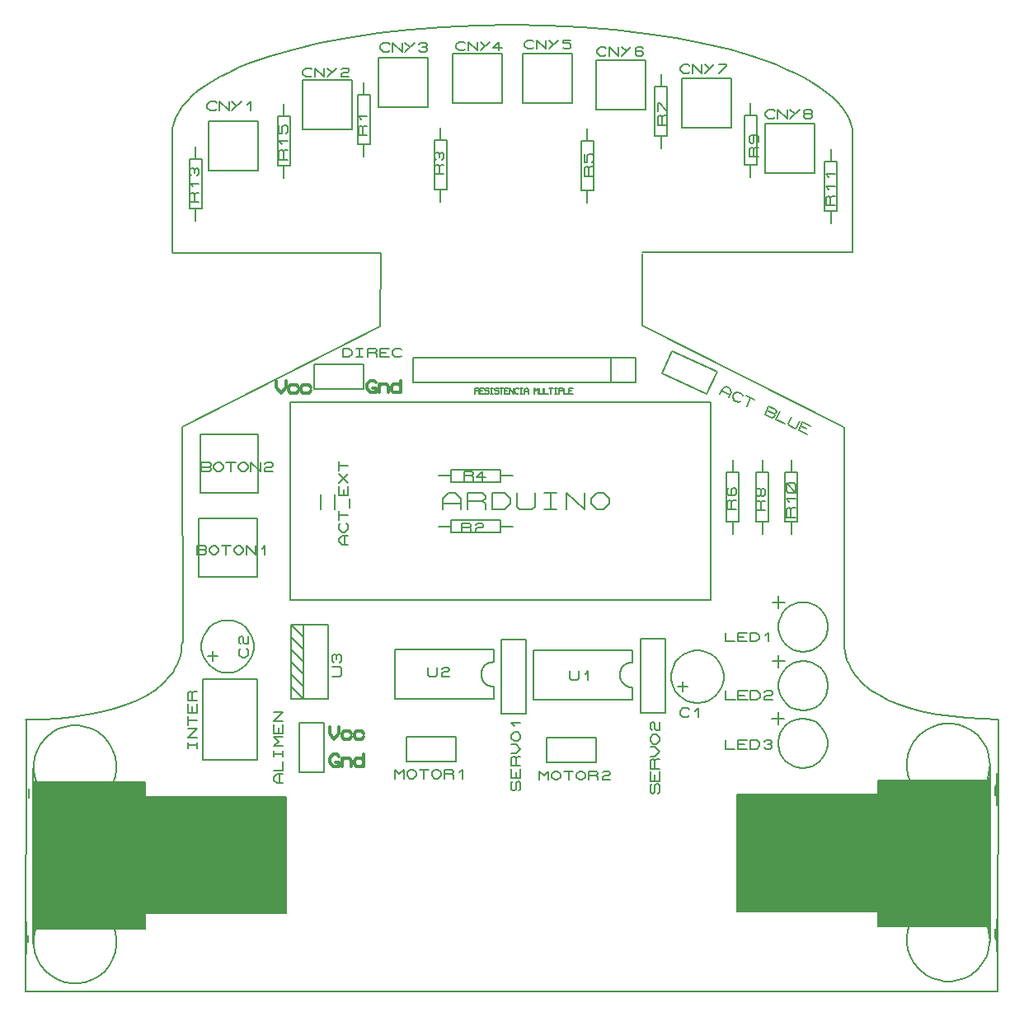
<source format=gto>
G04 PROTEUS RS274X GERBER FILE*
%FSLAX24Y24*%
%MOIN*%
%ADD21C,0.0080*%
%ADD15C,0.0025*%
%ADD23C,0.0130*%
G54D21*
X+4936Y-7288D02*
X+4936Y-7788D01*
X+936Y-7788D01*
X+936Y-5788D01*
X+4936Y-5788D01*
X+4936Y-6288D01*
X+4436Y-6788D02*
X+4446Y-6890D01*
X+4473Y-6984D01*
X+4518Y-7069D01*
X+4577Y-7143D01*
X+4650Y-7204D01*
X+4736Y-7249D01*
X+4831Y-7278D01*
X+4936Y-7288D01*
X+4436Y-6788D02*
X+4446Y-6683D01*
X+4473Y-6588D01*
X+4518Y-6502D01*
X+4577Y-6429D01*
X+4650Y-6370D01*
X+4736Y-6325D01*
X+4831Y-6298D01*
X+4936Y-6288D01*
X+2405Y-6635D02*
X+2405Y-6935D01*
X+2467Y-6995D01*
X+2717Y-6995D01*
X+2780Y-6935D01*
X+2780Y-6635D01*
X+3030Y-6755D02*
X+3155Y-6635D01*
X+3155Y-6995D01*
X-12207Y+13612D02*
X-10207Y+13612D01*
X-10207Y+15612D01*
X-12207Y+15612D01*
X-12207Y+13612D01*
X-11872Y+16092D02*
X-11935Y+16032D01*
X-12122Y+16032D01*
X-12247Y+16152D01*
X-12247Y+16272D01*
X-12122Y+16392D01*
X-11935Y+16392D01*
X-11872Y+16332D01*
X-11747Y+16032D02*
X-11747Y+16392D01*
X-11372Y+16032D01*
X-11372Y+16392D01*
X-10872Y+16392D02*
X-11247Y+16032D01*
X-11247Y+16392D02*
X-11060Y+16212D01*
X-10622Y+16272D02*
X-10497Y+16392D01*
X-10497Y+16032D01*
X-8399Y+15271D02*
X-6399Y+15271D01*
X-6399Y+17271D01*
X-8399Y+17271D01*
X-8399Y+15271D01*
X-8013Y+17452D02*
X-8076Y+17392D01*
X-8263Y+17392D01*
X-8388Y+17512D01*
X-8388Y+17632D01*
X-8263Y+17752D01*
X-8076Y+17752D01*
X-8013Y+17692D01*
X-7888Y+17392D02*
X-7888Y+17752D01*
X-7513Y+17392D01*
X-7513Y+17752D01*
X-7013Y+17752D02*
X-7388Y+17392D01*
X-7388Y+17752D02*
X-7201Y+17572D01*
X-6826Y+17692D02*
X-6763Y+17752D01*
X-6576Y+17752D01*
X-6513Y+17692D01*
X-6513Y+17632D01*
X-6576Y+17572D01*
X-6763Y+17572D01*
X-6826Y+17512D01*
X-6826Y+17392D01*
X-6513Y+17392D01*
X-5316Y+16167D02*
X-3316Y+16167D01*
X-3316Y+18167D01*
X-5316Y+18167D01*
X-5316Y+16167D01*
X-4870Y+18482D02*
X-4933Y+18422D01*
X-5120Y+18422D01*
X-5245Y+18542D01*
X-5245Y+18662D01*
X-5120Y+18782D01*
X-4933Y+18782D01*
X-4870Y+18722D01*
X-4745Y+18422D02*
X-4745Y+18782D01*
X-4370Y+18422D01*
X-4370Y+18782D01*
X-3870Y+18782D02*
X-4245Y+18422D01*
X-4245Y+18782D02*
X-4058Y+18602D01*
X-3683Y+18722D02*
X-3620Y+18782D01*
X-3433Y+18782D01*
X-3370Y+18722D01*
X-3370Y+18662D01*
X-3433Y+18602D01*
X-3370Y+18542D01*
X-3370Y+18482D01*
X-3433Y+18422D01*
X-3620Y+18422D01*
X-3683Y+18482D01*
X-3558Y+18602D02*
X-3433Y+18602D01*
X-2333Y+16339D02*
X-333Y+16339D01*
X-333Y+18339D01*
X-2333Y+18339D01*
X-2333Y+16339D01*
X-1825Y+18518D02*
X-1888Y+18458D01*
X-2075Y+18458D01*
X-2200Y+18578D01*
X-2200Y+18698D01*
X-2075Y+18818D01*
X-1888Y+18818D01*
X-1825Y+18758D01*
X-1700Y+18458D02*
X-1700Y+18818D01*
X-1325Y+18458D01*
X-1325Y+18818D01*
X-825Y+18818D02*
X-1200Y+18458D01*
X-1200Y+18818D02*
X-1013Y+18638D01*
X-325Y+18578D02*
X-700Y+18578D01*
X-450Y+18818D01*
X-450Y+18458D01*
X+495Y+16340D02*
X+2495Y+16340D01*
X+2495Y+18340D01*
X+495Y+18340D01*
X+495Y+16340D01*
X+941Y+18588D02*
X+878Y+18528D01*
X+691Y+18528D01*
X+566Y+18648D01*
X+566Y+18768D01*
X+691Y+18888D01*
X+878Y+18888D01*
X+941Y+18828D01*
X+1066Y+18528D02*
X+1066Y+18888D01*
X+1441Y+18528D01*
X+1441Y+18888D01*
X+1941Y+18888D02*
X+1566Y+18528D01*
X+1566Y+18888D02*
X+1753Y+18708D01*
X+2441Y+18888D02*
X+2128Y+18888D01*
X+2128Y+18768D01*
X+2378Y+18768D01*
X+2441Y+18708D01*
X+2441Y+18588D01*
X+2378Y+18528D01*
X+2191Y+18528D01*
X+2128Y+18588D01*
X+3484Y+16065D02*
X+5484Y+16065D01*
X+5484Y+18065D01*
X+3484Y+18065D01*
X+3484Y+16065D01*
X+3878Y+18304D02*
X+3815Y+18244D01*
X+3628Y+18244D01*
X+3503Y+18364D01*
X+3503Y+18484D01*
X+3628Y+18604D01*
X+3815Y+18604D01*
X+3878Y+18544D01*
X+4003Y+18244D02*
X+4003Y+18604D01*
X+4378Y+18244D01*
X+4378Y+18604D01*
X+4878Y+18604D02*
X+4503Y+18244D01*
X+4503Y+18604D02*
X+4690Y+18424D01*
X+5378Y+18544D02*
X+5315Y+18604D01*
X+5128Y+18604D01*
X+5065Y+18544D01*
X+5065Y+18304D01*
X+5128Y+18244D01*
X+5315Y+18244D01*
X+5378Y+18304D01*
X+5378Y+18364D01*
X+5315Y+18424D01*
X+5065Y+18424D01*
X+6943Y+15344D02*
X+8943Y+15344D01*
X+8943Y+17344D01*
X+6943Y+17344D01*
X+6943Y+15344D01*
X+7256Y+17602D02*
X+7193Y+17542D01*
X+7006Y+17542D01*
X+6881Y+17662D01*
X+6881Y+17782D01*
X+7006Y+17902D01*
X+7193Y+17902D01*
X+7256Y+17842D01*
X+7381Y+17542D02*
X+7381Y+17902D01*
X+7756Y+17542D01*
X+7756Y+17902D01*
X+8256Y+17902D02*
X+7881Y+17542D01*
X+7881Y+17902D02*
X+8068Y+17722D01*
X+8443Y+17902D02*
X+8756Y+17902D01*
X+8756Y+17842D01*
X+8443Y+17542D01*
X+10314Y+13507D02*
X+12314Y+13507D01*
X+12314Y+15507D01*
X+10314Y+15507D01*
X+10314Y+13507D01*
X+10695Y+15776D02*
X+10632Y+15716D01*
X+10445Y+15716D01*
X+10320Y+15836D01*
X+10320Y+15956D01*
X+10445Y+16076D01*
X+10632Y+16076D01*
X+10695Y+16016D01*
X+10820Y+15716D02*
X+10820Y+16076D01*
X+11195Y+15716D01*
X+11195Y+16076D01*
X+11695Y+16076D02*
X+11320Y+15716D01*
X+11320Y+16076D02*
X+11507Y+15896D01*
X+11945Y+15896D02*
X+11882Y+15956D01*
X+11882Y+16016D01*
X+11945Y+16076D01*
X+12132Y+16076D01*
X+12195Y+16016D01*
X+12195Y+15956D01*
X+12132Y+15896D01*
X+11945Y+15896D01*
X+11882Y+15836D01*
X+11882Y+15776D01*
X+11945Y+15716D01*
X+12132Y+15716D01*
X+12195Y+15776D01*
X+12195Y+15836D01*
X+12132Y+15896D01*
X-5916Y+17165D02*
X-5916Y+16665D01*
X-6166Y+14665D02*
X-5666Y+14665D01*
X-5666Y+16665D01*
X-6166Y+16665D01*
X-6166Y+14665D01*
X-5916Y+14665D02*
X-5916Y+14165D01*
X-5780Y+15047D02*
X-6140Y+15047D01*
X-6140Y+15359D01*
X-6080Y+15422D01*
X-6020Y+15422D01*
X-5960Y+15359D01*
X-5960Y+15047D01*
X-5960Y+15359D02*
X-5900Y+15422D01*
X-5780Y+15422D01*
X-6020Y+15672D02*
X-6140Y+15797D01*
X-5780Y+15797D01*
X-2816Y+15356D02*
X-2816Y+14856D01*
X-3066Y+12856D02*
X-2566Y+12856D01*
X-2566Y+14856D01*
X-3066Y+14856D01*
X-3066Y+12856D01*
X-2816Y+12856D02*
X-2816Y+12356D01*
X-2686Y+13465D02*
X-3046Y+13465D01*
X-3046Y+13777D01*
X-2986Y+13840D01*
X-2926Y+13840D01*
X-2866Y+13777D01*
X-2866Y+13465D01*
X-2866Y+13777D02*
X-2806Y+13840D01*
X-2686Y+13840D01*
X-2986Y+14027D02*
X-3046Y+14090D01*
X-3046Y+14277D01*
X-2986Y+14340D01*
X-2926Y+14340D01*
X-2866Y+14277D01*
X-2806Y+14340D01*
X-2746Y+14340D01*
X-2686Y+14277D01*
X-2686Y+14090D01*
X-2746Y+14027D01*
X-2866Y+14152D02*
X-2866Y+14277D01*
X+3108Y+15318D02*
X+3108Y+14818D01*
X+2858Y+12818D02*
X+3358Y+12818D01*
X+3358Y+14818D01*
X+2858Y+14818D01*
X+2858Y+12818D01*
X+3108Y+12818D02*
X+3108Y+12318D01*
X+3360Y+13386D02*
X+3000Y+13386D01*
X+3000Y+13698D01*
X+3060Y+13761D01*
X+3120Y+13761D01*
X+3180Y+13698D01*
X+3180Y+13386D01*
X+3180Y+13698D02*
X+3240Y+13761D01*
X+3360Y+13761D01*
X+3000Y+14261D02*
X+3000Y+13948D01*
X+3120Y+13948D01*
X+3120Y+14198D01*
X+3180Y+14261D01*
X+3300Y+14261D01*
X+3360Y+14198D01*
X+3360Y+14011D01*
X+3300Y+13948D01*
X+6104Y+17504D02*
X+6104Y+17004D01*
X+5854Y+15004D02*
X+6354Y+15004D01*
X+6354Y+17004D01*
X+5854Y+17004D01*
X+5854Y+15004D01*
X+6104Y+15004D02*
X+6104Y+14504D01*
X+6324Y+15454D02*
X+5964Y+15454D01*
X+5964Y+15766D01*
X+6024Y+15829D01*
X+6084Y+15829D01*
X+6144Y+15766D01*
X+6144Y+15454D01*
X+6144Y+15766D02*
X+6204Y+15829D01*
X+6324Y+15829D01*
X+5964Y+16016D02*
X+5964Y+16329D01*
X+6024Y+16329D01*
X+6324Y+16016D01*
X+9711Y+16343D02*
X+9711Y+15843D01*
X+9461Y+13843D02*
X+9961Y+13843D01*
X+9961Y+15843D01*
X+9461Y+15843D01*
X+9461Y+13843D01*
X+9711Y+13843D02*
X+9711Y+13343D01*
X+10031Y+14157D02*
X+9671Y+14157D01*
X+9671Y+14469D01*
X+9731Y+14532D01*
X+9791Y+14532D01*
X+9851Y+14469D01*
X+9851Y+14157D01*
X+9851Y+14469D02*
X+9911Y+14532D01*
X+10031Y+14532D01*
X+9791Y+15032D02*
X+9851Y+14969D01*
X+9851Y+14782D01*
X+9791Y+14719D01*
X+9731Y+14719D01*
X+9671Y+14782D01*
X+9671Y+14969D01*
X+9731Y+15032D01*
X+9971Y+15032D01*
X+10031Y+14969D01*
X+10031Y+14782D01*
X+12957Y+14458D02*
X+12957Y+13958D01*
X+12707Y+11958D02*
X+13207Y+11958D01*
X+13207Y+13958D01*
X+12707Y+13958D01*
X+12707Y+11958D01*
X+12957Y+11958D02*
X+12957Y+11458D01*
X+13127Y+12208D02*
X+12767Y+12208D01*
X+12767Y+12520D01*
X+12827Y+12583D01*
X+12887Y+12583D01*
X+12947Y+12520D01*
X+12947Y+12208D01*
X+12947Y+12520D02*
X+13007Y+12583D01*
X+13127Y+12583D01*
X+12887Y+12833D02*
X+12767Y+12958D01*
X+13127Y+12958D01*
X+12887Y+13333D02*
X+12767Y+13458D01*
X+13127Y+13458D01*
X-12714Y+14563D02*
X-12714Y+14063D01*
X-12964Y+12063D02*
X-12464Y+12063D01*
X-12464Y+14063D01*
X-12964Y+14063D01*
X-12964Y+12063D01*
X-12714Y+12063D02*
X-12714Y+11563D01*
X-12586Y+12336D02*
X-12946Y+12336D01*
X-12946Y+12648D01*
X-12886Y+12711D01*
X-12826Y+12711D01*
X-12766Y+12648D01*
X-12766Y+12336D01*
X-12766Y+12648D02*
X-12706Y+12711D01*
X-12586Y+12711D01*
X-12826Y+12961D02*
X-12946Y+13086D01*
X-12586Y+13086D01*
X-12886Y+13398D02*
X-12946Y+13461D01*
X-12946Y+13648D01*
X-12886Y+13711D01*
X-12826Y+13711D01*
X-12766Y+13648D01*
X-12706Y+13711D01*
X-12646Y+13711D01*
X-12586Y+13648D01*
X-12586Y+13461D01*
X-12646Y+13398D01*
X-12766Y+13523D02*
X-12766Y+13648D01*
X-9151Y+16302D02*
X-9151Y+15802D01*
X-9401Y+13802D02*
X-8901Y+13802D01*
X-8901Y+15802D01*
X-9401Y+15802D01*
X-9401Y+13802D01*
X-9151Y+13802D02*
X-9151Y+13302D01*
X-8996Y+14052D02*
X-9356Y+14052D01*
X-9356Y+14364D01*
X-9296Y+14427D01*
X-9236Y+14427D01*
X-9176Y+14364D01*
X-9176Y+14052D01*
X-9176Y+14364D02*
X-9116Y+14427D01*
X-8996Y+14427D01*
X-9236Y+14677D02*
X-9356Y+14802D01*
X-8996Y+14802D01*
X-9356Y+15427D02*
X-9356Y+15114D01*
X-9236Y+15114D01*
X-9236Y+15364D01*
X-9176Y+15427D01*
X-9056Y+15427D01*
X-8996Y+15364D01*
X-8996Y+15177D01*
X-9056Y+15114D01*
X-3922Y+5038D02*
X+5077Y+5038D01*
X+5077Y+6038D01*
X-3922Y+6038D01*
X-3922Y+5038D01*
X+4077Y+5038D02*
X+4077Y+6038D01*
X-1422Y+4578D02*
X-1422Y+4818D01*
X-1297Y+4818D01*
X-1272Y+4778D01*
X-1272Y+4738D01*
X-1297Y+4698D01*
X-1422Y+4698D01*
X-1297Y+4698D02*
X-1272Y+4658D01*
X-1272Y+4578D01*
X-1072Y+4578D02*
X-1222Y+4578D01*
X-1222Y+4818D01*
X-1072Y+4818D01*
X-1222Y+4698D02*
X-1122Y+4698D01*
X-1022Y+4618D02*
X-997Y+4578D01*
X-897Y+4578D01*
X-872Y+4618D01*
X-872Y+4658D01*
X-897Y+4698D01*
X-997Y+4698D01*
X-1022Y+4738D01*
X-1022Y+4778D01*
X-997Y+4818D01*
X-897Y+4818D01*
X-872Y+4778D01*
X-797Y+4818D02*
X-697Y+4818D01*
X-747Y+4818D02*
X-747Y+4578D01*
X-797Y+4578D02*
X-697Y+4578D01*
X-622Y+4618D02*
X-597Y+4578D01*
X-497Y+4578D01*
X-472Y+4618D01*
X-472Y+4658D01*
X-497Y+4698D01*
X-597Y+4698D01*
X-622Y+4738D01*
X-622Y+4778D01*
X-597Y+4818D01*
X-497Y+4818D01*
X-472Y+4778D01*
X-422Y+4818D02*
X-272Y+4818D01*
X-347Y+4818D02*
X-347Y+4578D01*
X-72Y+4578D02*
X-222Y+4578D01*
X-222Y+4818D01*
X-72Y+4818D01*
X-222Y+4698D02*
X-122Y+4698D01*
X-22Y+4578D02*
X-22Y+4818D01*
X+128Y+4578D01*
X+128Y+4818D01*
X+328Y+4618D02*
X+303Y+4578D01*
X+228Y+4578D01*
X+178Y+4658D01*
X+178Y+4738D01*
X+228Y+4818D01*
X+303Y+4818D01*
X+328Y+4778D01*
X+403Y+4818D02*
X+503Y+4818D01*
X+453Y+4818D02*
X+453Y+4578D01*
X+403Y+4578D02*
X+503Y+4578D01*
X+578Y+4578D02*
X+578Y+4738D01*
X+628Y+4818D01*
X+678Y+4818D01*
X+728Y+4738D01*
X+728Y+4578D01*
X+578Y+4658D02*
X+728Y+4658D01*
X+978Y+4578D02*
X+978Y+4818D01*
X+1053Y+4698D01*
X+1128Y+4818D01*
X+1128Y+4578D01*
X+1178Y+4818D02*
X+1178Y+4618D01*
X+1203Y+4578D01*
X+1303Y+4578D01*
X+1328Y+4618D01*
X+1328Y+4818D01*
X+1378Y+4818D02*
X+1378Y+4578D01*
X+1528Y+4578D01*
X+1578Y+4818D02*
X+1728Y+4818D01*
X+1653Y+4818D02*
X+1653Y+4578D01*
X+1803Y+4818D02*
X+1903Y+4818D01*
X+1853Y+4818D02*
X+1853Y+4578D01*
X+1803Y+4578D02*
X+1903Y+4578D01*
X+1978Y+4578D02*
X+1978Y+4818D01*
X+2103Y+4818D01*
X+2128Y+4778D01*
X+2128Y+4738D01*
X+2103Y+4698D01*
X+1978Y+4698D01*
X+2178Y+4818D02*
X+2178Y+4578D01*
X+2328Y+4578D01*
X+2528Y+4578D02*
X+2378Y+4578D01*
X+2378Y+4818D01*
X+2528Y+4818D01*
X+2378Y+4698D02*
X+2478Y+4698D01*
X-670Y-7267D02*
X-670Y-7767D01*
X-4670Y-7767D01*
X-4670Y-5767D01*
X-670Y-5767D01*
X-670Y-6267D01*
X-1170Y-6767D02*
X-1160Y-6869D01*
X-1133Y-6963D01*
X-1088Y-7048D01*
X-1029Y-7122D01*
X-956Y-7183D01*
X-870Y-7228D01*
X-775Y-7257D01*
X-670Y-7267D01*
X-1170Y-6767D02*
X-1160Y-6662D01*
X-1133Y-6567D01*
X-1088Y-6481D01*
X-1029Y-6408D01*
X-956Y-6349D01*
X-870Y-6304D01*
X-775Y-6277D01*
X-670Y-6267D01*
X-3330Y-6487D02*
X-3330Y-6787D01*
X-3268Y-6847D01*
X-3018Y-6847D01*
X-2955Y-6787D01*
X-2955Y-6487D01*
X-2768Y-6547D02*
X-2705Y-6487D01*
X-2518Y-6487D01*
X-2455Y-6547D01*
X-2455Y-6607D01*
X-2518Y-6667D01*
X-2705Y-6667D01*
X-2768Y-6727D01*
X-2768Y-6847D01*
X-2455Y-6847D01*
X-8897Y-3764D02*
X+8102Y-3764D01*
X+8102Y+4235D01*
X-8897Y+4235D01*
X-8897Y-3764D01*
X-2737Y-94D02*
X-2737Y+346D01*
X-2487Y+566D01*
X-2237Y+566D01*
X-1987Y+346D01*
X-1987Y-94D01*
X-2737Y+126D02*
X-1987Y+126D01*
X-1737Y-94D02*
X-1737Y+566D01*
X-1112Y+566D01*
X-987Y+456D01*
X-987Y+346D01*
X-1112Y+236D01*
X-1737Y+236D01*
X-1112Y+236D02*
X-987Y+126D01*
X-987Y-94D01*
X-737Y-94D02*
X-737Y+566D01*
X-237Y+566D01*
X+13Y+346D01*
X+13Y+126D01*
X-237Y-94D01*
X-737Y-94D01*
X+263Y+566D02*
X+263Y+16D01*
X+388Y-94D01*
X+888Y-94D01*
X+1013Y+16D01*
X+1013Y+566D01*
X+1388Y+566D02*
X+1888Y+566D01*
X+1638Y+566D02*
X+1638Y-94D01*
X+1388Y-94D02*
X+1888Y-94D01*
X+2263Y-94D02*
X+2263Y+566D01*
X+3013Y-94D01*
X+3013Y+566D01*
X+3263Y+346D02*
X+3513Y+566D01*
X+3763Y+566D01*
X+4013Y+346D01*
X+4013Y+126D01*
X+3763Y-94D01*
X+3513Y-94D01*
X+3263Y+126D01*
X+3263Y+346D01*
X-4200Y-10300D02*
X-2200Y-10300D01*
X-2200Y-9300D01*
X-4200Y-9300D01*
X-4200Y-10300D01*
X-4670Y-10977D02*
X-4670Y-10617D01*
X-4483Y-10797D01*
X-4295Y-10617D01*
X-4295Y-10977D01*
X-4170Y-10737D02*
X-4045Y-10617D01*
X-3920Y-10617D01*
X-3795Y-10737D01*
X-3795Y-10857D01*
X-3920Y-10977D01*
X-4045Y-10977D01*
X-4170Y-10857D01*
X-4170Y-10737D01*
X-3670Y-10617D02*
X-3295Y-10617D01*
X-3483Y-10617D02*
X-3483Y-10977D01*
X-3170Y-10737D02*
X-3045Y-10617D01*
X-2920Y-10617D01*
X-2795Y-10737D01*
X-2795Y-10857D01*
X-2920Y-10977D01*
X-3045Y-10977D01*
X-3170Y-10857D01*
X-3170Y-10737D01*
X-2670Y-10977D02*
X-2670Y-10617D01*
X-2358Y-10617D01*
X-2295Y-10677D01*
X-2295Y-10737D01*
X-2358Y-10797D01*
X-2670Y-10797D01*
X-2358Y-10797D02*
X-2295Y-10857D01*
X-2295Y-10977D01*
X-2045Y-10737D02*
X-1920Y-10617D01*
X-1920Y-10977D01*
X+1472Y-10320D02*
X+3472Y-10320D01*
X+3472Y-9320D01*
X+1472Y-9320D01*
X+1472Y-10320D01*
X+1172Y-11040D02*
X+1172Y-10680D01*
X+1359Y-10860D01*
X+1547Y-10680D01*
X+1547Y-11040D01*
X+1672Y-10800D02*
X+1797Y-10680D01*
X+1922Y-10680D01*
X+2047Y-10800D01*
X+2047Y-10920D01*
X+1922Y-11040D01*
X+1797Y-11040D01*
X+1672Y-10920D01*
X+1672Y-10800D01*
X+2172Y-10680D02*
X+2547Y-10680D01*
X+2359Y-10680D02*
X+2359Y-11040D01*
X+2672Y-10800D02*
X+2797Y-10680D01*
X+2922Y-10680D01*
X+3047Y-10800D01*
X+3047Y-10920D01*
X+2922Y-11040D01*
X+2797Y-11040D01*
X+2672Y-10920D01*
X+2672Y-10800D01*
X+3172Y-11040D02*
X+3172Y-10680D01*
X+3484Y-10680D01*
X+3547Y-10740D01*
X+3547Y-10800D01*
X+3484Y-10860D01*
X+3172Y-10860D01*
X+3484Y-10860D02*
X+3547Y-10920D01*
X+3547Y-11040D01*
X+3734Y-10740D02*
X+3797Y-10680D01*
X+3984Y-10680D01*
X+4047Y-10740D01*
X+4047Y-10800D01*
X+3984Y-10860D01*
X+3797Y-10860D01*
X+3734Y-10920D01*
X+3734Y-11040D01*
X+4047Y-11040D01*
X+12829Y-9556D02*
X+12826Y-9476D01*
X+12800Y-9315D01*
X+12745Y-9154D01*
X+12655Y-8993D01*
X+12519Y-8832D01*
X+12358Y-8707D01*
X+12197Y-8626D01*
X+12036Y-8578D01*
X+11875Y-8557D01*
X+11829Y-8556D01*
X+10829Y-9556D02*
X+10832Y-9476D01*
X+10858Y-9315D01*
X+10913Y-9154D01*
X+11003Y-8993D01*
X+11139Y-8832D01*
X+11300Y-8707D01*
X+11461Y-8626D01*
X+11622Y-8578D01*
X+11783Y-8557D01*
X+11829Y-8556D01*
X+10829Y-9556D02*
X+10832Y-9636D01*
X+10858Y-9797D01*
X+10913Y-9958D01*
X+11003Y-10119D01*
X+11139Y-10280D01*
X+11300Y-10405D01*
X+11461Y-10486D01*
X+11622Y-10534D01*
X+11783Y-10555D01*
X+11829Y-10556D01*
X+12829Y-9556D02*
X+12826Y-9636D01*
X+12800Y-9797D01*
X+12745Y-9958D01*
X+12655Y-10119D01*
X+12519Y-10280D01*
X+12358Y-10405D01*
X+12197Y-10486D01*
X+12036Y-10534D01*
X+11875Y-10555D01*
X+11829Y-10556D01*
X+10579Y-8556D02*
X+11079Y-8556D01*
X+10829Y-8306D02*
X+10829Y-8806D01*
X+8710Y-9420D02*
X+8710Y-9780D01*
X+9085Y-9780D01*
X+9585Y-9780D02*
X+9210Y-9780D01*
X+9210Y-9420D01*
X+9585Y-9420D01*
X+9210Y-9600D02*
X+9460Y-9600D01*
X+9710Y-9780D02*
X+9710Y-9420D01*
X+9960Y-9420D01*
X+10085Y-9540D01*
X+10085Y-9660D01*
X+9960Y-9780D01*
X+9710Y-9780D01*
X+10272Y-9480D02*
X+10335Y-9420D01*
X+10522Y-9420D01*
X+10585Y-9480D01*
X+10585Y-9540D01*
X+10522Y-9600D01*
X+10585Y-9660D01*
X+10585Y-9720D01*
X+10522Y-9780D01*
X+10335Y-9780D01*
X+10272Y-9720D01*
X+10397Y-9600D02*
X+10522Y-9600D01*
X+12851Y-7228D02*
X+12848Y-7148D01*
X+12822Y-6987D01*
X+12767Y-6826D01*
X+12677Y-6665D01*
X+12541Y-6504D01*
X+12380Y-6379D01*
X+12219Y-6298D01*
X+12058Y-6250D01*
X+11897Y-6229D01*
X+11851Y-6228D01*
X+10851Y-7228D02*
X+10854Y-7148D01*
X+10880Y-6987D01*
X+10935Y-6826D01*
X+11025Y-6665D01*
X+11161Y-6504D01*
X+11322Y-6379D01*
X+11483Y-6298D01*
X+11644Y-6250D01*
X+11805Y-6229D01*
X+11851Y-6228D01*
X+10851Y-7228D02*
X+10854Y-7308D01*
X+10880Y-7469D01*
X+10935Y-7630D01*
X+11025Y-7791D01*
X+11161Y-7952D01*
X+11322Y-8077D01*
X+11483Y-8158D01*
X+11644Y-8206D01*
X+11805Y-8227D01*
X+11851Y-8228D01*
X+12851Y-7228D02*
X+12848Y-7308D01*
X+12822Y-7469D01*
X+12767Y-7630D01*
X+12677Y-7791D01*
X+12541Y-7952D01*
X+12380Y-8077D01*
X+12219Y-8158D01*
X+12058Y-8206D01*
X+11897Y-8227D01*
X+11851Y-8228D01*
X+10601Y-6228D02*
X+11101Y-6228D01*
X+10851Y-5978D02*
X+10851Y-6478D01*
X+8719Y-7439D02*
X+8719Y-7799D01*
X+9094Y-7799D01*
X+9594Y-7799D02*
X+9219Y-7799D01*
X+9219Y-7439D01*
X+9594Y-7439D01*
X+9219Y-7619D02*
X+9469Y-7619D01*
X+9719Y-7799D02*
X+9719Y-7439D01*
X+9969Y-7439D01*
X+10094Y-7559D01*
X+10094Y-7679D01*
X+9969Y-7799D01*
X+9719Y-7799D01*
X+10281Y-7499D02*
X+10344Y-7439D01*
X+10531Y-7439D01*
X+10594Y-7499D01*
X+10594Y-7559D01*
X+10531Y-7619D01*
X+10344Y-7619D01*
X+10281Y-7679D01*
X+10281Y-7799D01*
X+10594Y-7799D01*
X+12842Y-4847D02*
X+12839Y-4767D01*
X+12813Y-4606D01*
X+12758Y-4445D01*
X+12668Y-4284D01*
X+12532Y-4123D01*
X+12371Y-3998D01*
X+12210Y-3917D01*
X+12049Y-3869D01*
X+11888Y-3848D01*
X+11842Y-3847D01*
X+10842Y-4847D02*
X+10845Y-4767D01*
X+10871Y-4606D01*
X+10926Y-4445D01*
X+11016Y-4284D01*
X+11152Y-4123D01*
X+11313Y-3998D01*
X+11474Y-3917D01*
X+11635Y-3869D01*
X+11796Y-3848D01*
X+11842Y-3847D01*
X+10842Y-4847D02*
X+10845Y-4927D01*
X+10871Y-5088D01*
X+10926Y-5249D01*
X+11016Y-5410D01*
X+11152Y-5571D01*
X+11313Y-5696D01*
X+11474Y-5777D01*
X+11635Y-5825D01*
X+11796Y-5846D01*
X+11842Y-5847D01*
X+12842Y-4847D02*
X+12839Y-4927D01*
X+12813Y-5088D01*
X+12758Y-5249D01*
X+12668Y-5410D01*
X+12532Y-5571D01*
X+12371Y-5696D01*
X+12210Y-5777D01*
X+12049Y-5825D01*
X+11888Y-5846D01*
X+11842Y-5847D01*
X+10592Y-3847D02*
X+11092Y-3847D01*
X+10842Y-3597D02*
X+10842Y-4097D01*
X+8692Y-5077D02*
X+8692Y-5437D01*
X+9067Y-5437D01*
X+9567Y-5437D02*
X+9192Y-5437D01*
X+9192Y-5077D01*
X+9567Y-5077D01*
X+9192Y-5257D02*
X+9442Y-5257D01*
X+9692Y-5437D02*
X+9692Y-5077D01*
X+9942Y-5077D01*
X+10067Y-5197D01*
X+10067Y-5317D01*
X+9942Y-5437D01*
X+9692Y-5437D01*
X+10317Y-5197D02*
X+10442Y-5077D01*
X+10442Y-5437D01*
X+112Y-783D02*
X-387Y-783D01*
X-2387Y-1033D02*
X-387Y-1033D01*
X-387Y-533D01*
X-2387Y-533D01*
X-2387Y-1033D01*
X-2387Y-783D02*
X-2887Y-783D01*
X-1952Y-1018D02*
X-1952Y-658D01*
X-1640Y-658D01*
X-1577Y-718D01*
X-1577Y-778D01*
X-1640Y-838D01*
X-1952Y-838D01*
X-1640Y-838D02*
X-1577Y-898D01*
X-1577Y-1018D01*
X-1390Y-718D02*
X-1327Y-658D01*
X-1140Y-658D01*
X-1077Y-718D01*
X-1077Y-778D01*
X-1140Y-838D01*
X-1327Y-838D01*
X-1390Y-898D01*
X-1390Y-1018D01*
X-1077Y-1018D01*
X+107Y+1264D02*
X-392Y+1264D01*
X-2392Y+1014D02*
X-392Y+1014D01*
X-392Y+1514D01*
X-2392Y+1514D01*
X-2392Y+1014D01*
X-2392Y+1264D02*
X-2892Y+1264D01*
X-1868Y+1085D02*
X-1868Y+1445D01*
X-1556Y+1445D01*
X-1493Y+1385D01*
X-1493Y+1325D01*
X-1556Y+1265D01*
X-1868Y+1265D01*
X-1556Y+1265D02*
X-1493Y+1205D01*
X-1493Y+1085D01*
X-993Y+1205D02*
X-1368Y+1205D01*
X-1118Y+1445D01*
X-1118Y+1085D01*
X+8993Y-1097D02*
X+8993Y-597D01*
X+8743Y-597D02*
X+9243Y-597D01*
X+9243Y+1402D01*
X+8743Y+1402D01*
X+8743Y-597D01*
X+8993Y+1402D02*
X+8993Y+1902D01*
X+9133Y-97D02*
X+8773Y-97D01*
X+8773Y+215D01*
X+8833Y+278D01*
X+8893Y+278D01*
X+8953Y+215D01*
X+8953Y-97D01*
X+8953Y+215D02*
X+9013Y+278D01*
X+9133Y+278D01*
X+8833Y+778D02*
X+8773Y+715D01*
X+8773Y+528D01*
X+8833Y+465D01*
X+9073Y+465D01*
X+9133Y+528D01*
X+9133Y+715D01*
X+9073Y+778D01*
X+9013Y+778D01*
X+8953Y+715D01*
X+8953Y+465D01*
X+10196Y-1102D02*
X+10196Y-602D01*
X+9946Y-602D02*
X+10446Y-602D01*
X+10446Y+1397D01*
X+9946Y+1397D01*
X+9946Y-602D01*
X+10196Y+1397D02*
X+10196Y+1897D01*
X+10306Y-122D02*
X+9946Y-122D01*
X+9946Y+190D01*
X+10006Y+253D01*
X+10066Y+253D01*
X+10126Y+190D01*
X+10126Y-122D01*
X+10126Y+190D02*
X+10186Y+253D01*
X+10306Y+253D01*
X+10126Y+503D02*
X+10066Y+440D01*
X+10006Y+440D01*
X+9946Y+503D01*
X+9946Y+690D01*
X+10006Y+753D01*
X+10066Y+753D01*
X+10126Y+690D01*
X+10126Y+503D01*
X+10186Y+440D01*
X+10246Y+440D01*
X+10306Y+503D01*
X+10306Y+690D01*
X+10246Y+753D01*
X+10186Y+753D01*
X+10126Y+690D01*
X+11366Y-1098D02*
X+11366Y-598D01*
X+11116Y-598D02*
X+11616Y-598D01*
X+11616Y+1401D01*
X+11116Y+1401D01*
X+11116Y-598D01*
X+11366Y+1401D02*
X+11366Y+1901D01*
X+11525Y-417D02*
X+11165Y-417D01*
X+11165Y-105D01*
X+11225Y-42D01*
X+11285Y-42D01*
X+11345Y-105D01*
X+11345Y-417D01*
X+11345Y-105D02*
X+11405Y-42D01*
X+11525Y-42D01*
X+11285Y+208D02*
X+11165Y+333D01*
X+11525Y+333D01*
X+11465Y+583D02*
X+11225Y+583D01*
X+11165Y+645D01*
X+11165Y+895D01*
X+11225Y+958D01*
X+11465Y+958D01*
X+11525Y+895D01*
X+11525Y+645D01*
X+11465Y+583D01*
X+11525Y+583D02*
X+11165Y+958D01*
X-8372Y-7762D02*
X-7372Y-7762D01*
X-7372Y-4762D01*
X-8372Y-4762D01*
X-8372Y-7762D01*
X-8872Y-7762D01*
X-8872Y-4762D01*
X-8372Y-4762D01*
X-8372Y-7762D02*
X-8872Y-7262D01*
X-8372Y-7262D02*
X-8872Y-6762D01*
X-8372Y-6762D02*
X-8872Y-6262D01*
X-8372Y-6262D02*
X-8872Y-5762D01*
X-8372Y-5762D02*
X-8872Y-5262D01*
X-8372Y-5262D02*
X-8872Y-4762D01*
X-7192Y-6849D02*
X-6892Y-6849D01*
X-6832Y-6787D01*
X-6832Y-6537D01*
X-6892Y-6474D01*
X-7192Y-6474D01*
X-7132Y-6287D02*
X-7192Y-6224D01*
X-7192Y-6037D01*
X-7132Y-5974D01*
X-7072Y-5974D01*
X-7012Y-6037D01*
X-6952Y-5974D01*
X-6892Y-5974D01*
X-6832Y-6037D01*
X-6832Y-6224D01*
X-6892Y-6287D01*
X-7012Y-6162D02*
X-7012Y-6037D01*
X-8532Y-10742D02*
X-7532Y-10742D01*
X-7532Y-8742D01*
X-8532Y-8742D01*
X-8532Y-10742D01*
X-9192Y-11172D02*
X-9432Y-11172D01*
X-9552Y-11047D01*
X-9552Y-10922D01*
X-9432Y-10797D01*
X-9192Y-10797D01*
X-9312Y-11172D02*
X-9312Y-10797D01*
X-9552Y-10672D02*
X-9192Y-10672D01*
X-9192Y-10297D01*
X-9552Y-10110D02*
X-9552Y-9860D01*
X-9552Y-9985D02*
X-9192Y-9985D01*
X-9192Y-10110D02*
X-9192Y-9860D01*
X-9192Y-9672D02*
X-9552Y-9672D01*
X-9372Y-9485D01*
X-9552Y-9297D01*
X-9192Y-9297D01*
X-9192Y-8797D02*
X-9192Y-9172D01*
X-9552Y-9172D01*
X-9552Y-8797D01*
X-9372Y-9172D02*
X-9372Y-8922D01*
X-9192Y-8672D02*
X-9552Y-8672D01*
X-9192Y-8297D01*
X-9552Y-8297D01*
X-12591Y-2815D02*
X-10229Y-2815D01*
X-10229Y-453D01*
X-12591Y-453D01*
X-12591Y-2815D01*
X-12665Y-1918D02*
X-12665Y-1558D01*
X-12353Y-1558D01*
X-12290Y-1618D01*
X-12290Y-1678D01*
X-12353Y-1738D01*
X-12290Y-1798D01*
X-12290Y-1858D01*
X-12353Y-1918D01*
X-12665Y-1918D01*
X-12665Y-1738D02*
X-12353Y-1738D01*
X-12165Y-1678D02*
X-12040Y-1558D01*
X-11915Y-1558D01*
X-11790Y-1678D01*
X-11790Y-1798D01*
X-11915Y-1918D01*
X-12040Y-1918D01*
X-12165Y-1798D01*
X-12165Y-1678D01*
X-11665Y-1558D02*
X-11290Y-1558D01*
X-11478Y-1558D02*
X-11478Y-1918D01*
X-11165Y-1678D02*
X-11040Y-1558D01*
X-10915Y-1558D01*
X-10790Y-1678D01*
X-10790Y-1798D01*
X-10915Y-1918D01*
X-11040Y-1918D01*
X-11165Y-1798D01*
X-11165Y-1678D01*
X-10665Y-1918D02*
X-10665Y-1558D01*
X-10290Y-1918D01*
X-10290Y-1558D01*
X-10040Y-1678D02*
X-9915Y-1558D01*
X-9915Y-1918D01*
X-12542Y+571D02*
X-10180Y+571D01*
X-10180Y+2933D01*
X-12542Y+2933D01*
X-12542Y+571D01*
X-12482Y+1438D02*
X-12482Y+1798D01*
X-12170Y+1798D01*
X-12107Y+1738D01*
X-12107Y+1678D01*
X-12170Y+1618D01*
X-12107Y+1558D01*
X-12107Y+1498D01*
X-12170Y+1438D01*
X-12482Y+1438D01*
X-12482Y+1618D02*
X-12170Y+1618D01*
X-11982Y+1678D02*
X-11857Y+1798D01*
X-11732Y+1798D01*
X-11607Y+1678D01*
X-11607Y+1558D01*
X-11732Y+1438D01*
X-11857Y+1438D01*
X-11982Y+1558D01*
X-11982Y+1678D01*
X-11482Y+1798D02*
X-11107Y+1798D01*
X-11295Y+1798D02*
X-11295Y+1438D01*
X-10982Y+1678D02*
X-10857Y+1798D01*
X-10732Y+1798D01*
X-10607Y+1678D01*
X-10607Y+1558D01*
X-10732Y+1438D01*
X-10857Y+1438D01*
X-10982Y+1558D01*
X-10982Y+1678D01*
X-10482Y+1438D02*
X-10482Y+1798D01*
X-10107Y+1438D01*
X-10107Y+1798D01*
X-9920Y+1738D02*
X-9857Y+1798D01*
X-9670Y+1798D01*
X-9607Y+1738D01*
X-9607Y+1678D01*
X-9670Y+1618D01*
X-9857Y+1618D01*
X-9920Y+1558D01*
X-9920Y+1438D01*
X-9607Y+1438D01*
X+19671Y-10762D02*
X+19671Y-12062D01*
X+19631Y-11235D02*
X+19631Y-11471D01*
X+19671Y-16786D02*
X+19671Y-17888D01*
X+19592Y-17062D02*
X+19592Y-17416D01*
X-12429Y-10212D02*
X-10241Y-10212D01*
X-10241Y-6961D01*
X-12429Y-6961D01*
X-12429Y-10212D01*
X-13027Y-9764D02*
X-13027Y-9514D01*
X-13027Y-9639D02*
X-12667Y-9639D01*
X-12667Y-9764D02*
X-12667Y-9514D01*
X-12667Y-9326D02*
X-13027Y-9326D01*
X-12667Y-8951D01*
X-13027Y-8951D01*
X-13027Y-8826D02*
X-13027Y-8451D01*
X-13027Y-8639D02*
X-12667Y-8639D01*
X-12667Y-7951D02*
X-12667Y-8326D01*
X-13027Y-8326D01*
X-13027Y-7951D01*
X-12847Y-8326D02*
X-12847Y-8076D01*
X-12667Y-7826D02*
X-13027Y-7826D01*
X-13027Y-7514D01*
X-12967Y-7451D01*
X-12907Y-7451D01*
X-12847Y-7514D01*
X-12847Y-7826D01*
X-12847Y-7514D02*
X-12787Y-7451D01*
X-12667Y-7451D01*
X-7933Y+4784D02*
X-5933Y+4784D01*
X-5933Y+5784D01*
X-7933Y+5784D01*
X-7933Y+4784D01*
X-6775Y+6060D02*
X-6775Y+6420D01*
X-6525Y+6420D01*
X-6400Y+6300D01*
X-6400Y+6180D01*
X-6525Y+6060D01*
X-6775Y+6060D01*
X-6213Y+6420D02*
X-5963Y+6420D01*
X-6088Y+6420D02*
X-6088Y+6060D01*
X-6213Y+6060D02*
X-5963Y+6060D01*
X-5775Y+6060D02*
X-5775Y+6420D01*
X-5463Y+6420D01*
X-5400Y+6360D01*
X-5400Y+6300D01*
X-5463Y+6240D01*
X-5775Y+6240D01*
X-5463Y+6240D02*
X-5400Y+6180D01*
X-5400Y+6060D01*
X-4900Y+6060D02*
X-5275Y+6060D01*
X-5275Y+6420D01*
X-4900Y+6420D01*
X-5275Y+6240D02*
X-5025Y+6240D01*
X-4400Y+6120D02*
X-4463Y+6060D01*
X-4650Y+6060D01*
X-4775Y+6180D01*
X-4775Y+6300D01*
X-4650Y+6420D01*
X-4463Y+6420D01*
X-4400Y+6360D01*
X-7081Y+509D02*
X-7081Y-90D01*
X-7661Y+499D02*
X-7661Y-90D01*
X-6561Y-1530D02*
X-6801Y-1530D01*
X-6921Y-1405D01*
X-6921Y-1280D01*
X-6801Y-1155D01*
X-6561Y-1155D01*
X-6681Y-1530D02*
X-6681Y-1155D01*
X-6621Y-655D02*
X-6561Y-718D01*
X-6561Y-905D01*
X-6681Y-1030D01*
X-6801Y-1030D01*
X-6921Y-905D01*
X-6921Y-718D01*
X-6861Y-655D01*
X-6921Y-530D02*
X-6921Y-155D01*
X-6921Y-343D02*
X-6561Y-343D01*
X-6501Y-30D02*
X-6501Y+345D01*
X-6561Y+845D02*
X-6561Y+470D01*
X-6921Y+470D01*
X-6921Y+845D01*
X-6741Y+470D02*
X-6741Y+720D01*
X-6921Y+970D02*
X-6561Y+1345D01*
X-6561Y+970D02*
X-6921Y+1345D01*
X-6921Y+1470D02*
X-6921Y+1845D01*
X-6921Y+1657D02*
X-6561Y+1657D01*
X+8627Y-6869D02*
X+8624Y-6785D01*
X+8596Y-6615D01*
X+8539Y-6445D01*
X+8445Y-6275D01*
X+8303Y-6105D01*
X+8133Y-5972D01*
X+7963Y-5884D01*
X+7793Y-5832D01*
X+7623Y-5809D01*
X+7565Y-5807D01*
X+6503Y-6869D02*
X+6506Y-6785D01*
X+6534Y-6615D01*
X+6591Y-6445D01*
X+6685Y-6275D01*
X+6827Y-6105D01*
X+6997Y-5972D01*
X+7167Y-5884D01*
X+7337Y-5832D01*
X+7507Y-5809D01*
X+7565Y-5807D01*
X+6503Y-6869D02*
X+6506Y-6953D01*
X+6534Y-7123D01*
X+6591Y-7293D01*
X+6685Y-7463D01*
X+6827Y-7633D01*
X+6997Y-7766D01*
X+7167Y-7854D01*
X+7337Y-7906D01*
X+7507Y-7929D01*
X+7565Y-7931D01*
X+8627Y-6869D02*
X+8624Y-6953D01*
X+8596Y-7123D01*
X+8539Y-7293D01*
X+8445Y-7463D01*
X+8303Y-7633D01*
X+8133Y-7766D01*
X+7963Y-7854D01*
X+7793Y-7906D01*
X+7623Y-7929D01*
X+7565Y-7931D01*
X+6777Y-7263D02*
X+7171Y-7263D01*
X+6974Y-7460D02*
X+6974Y-7066D01*
X+7237Y-8439D02*
X+7174Y-8499D01*
X+6987Y-8499D01*
X+6862Y-8379D01*
X+6862Y-8259D01*
X+6987Y-8139D01*
X+7174Y-8139D01*
X+7237Y-8199D01*
X+7487Y-8259D02*
X+7612Y-8139D01*
X+7612Y-8499D01*
X-10367Y-5640D02*
X-10370Y-5556D01*
X-10398Y-5386D01*
X-10455Y-5216D01*
X-10549Y-5046D01*
X-10691Y-4876D01*
X-10861Y-4743D01*
X-11031Y-4655D01*
X-11201Y-4603D01*
X-11371Y-4580D01*
X-11429Y-4578D01*
X-12491Y-5640D02*
X-12488Y-5556D01*
X-12460Y-5386D01*
X-12403Y-5216D01*
X-12309Y-5046D01*
X-12167Y-4876D01*
X-11997Y-4743D01*
X-11827Y-4655D01*
X-11657Y-4603D01*
X-11487Y-4580D01*
X-11429Y-4578D01*
X-12491Y-5640D02*
X-12488Y-5724D01*
X-12460Y-5894D01*
X-12403Y-6064D01*
X-12309Y-6234D01*
X-12167Y-6404D01*
X-11997Y-6537D01*
X-11827Y-6625D01*
X-11657Y-6677D01*
X-11487Y-6700D01*
X-11429Y-6702D01*
X-10367Y-5640D02*
X-10370Y-5724D01*
X-10398Y-5894D01*
X-10455Y-6064D01*
X-10549Y-6234D01*
X-10691Y-6404D01*
X-10861Y-6537D01*
X-11031Y-6625D01*
X-11201Y-6677D01*
X-11371Y-6700D01*
X-11429Y-6702D01*
X-12217Y-6034D02*
X-11823Y-6034D01*
X-12020Y-6231D02*
X-12020Y-5837D01*
X-10662Y-5728D02*
X-10602Y-5791D01*
X-10602Y-5978D01*
X-10722Y-6103D01*
X-10842Y-6103D01*
X-10962Y-5978D01*
X-10962Y-5791D01*
X-10902Y-5728D01*
X-10902Y-5541D02*
X-10962Y-5478D01*
X-10962Y-5291D01*
X-10902Y-5228D01*
X-10842Y-5228D01*
X-10782Y-5291D01*
X-10782Y-5478D01*
X-10722Y-5541D01*
X-10602Y-5541D01*
X-10602Y-5228D01*
X-19548Y-18049D02*
X-19548Y-16750D01*
X-19509Y-17577D02*
X-19509Y-17341D01*
X-19548Y-12026D02*
X-19548Y-10923D01*
X-19470Y-11750D02*
X-19470Y-11396D01*
X-13660Y+15055D02*
X-13645Y+15293D01*
X-13595Y+15527D01*
X-13511Y+15756D01*
X-13394Y+15981D01*
X-13245Y+16201D01*
X-13064Y+16416D01*
X-12853Y+16625D01*
X-12612Y+16829D01*
X-12342Y+17028D01*
X-12044Y+17220D01*
X-11718Y+17406D01*
X-11366Y+17586D01*
X-10988Y+17759D01*
X-10584Y+17925D01*
X-9705Y+18236D01*
X-8735Y+18517D01*
X-7680Y+18767D01*
X-6548Y+18983D01*
X-5343Y+19163D01*
X-4072Y+19307D01*
X-2743Y+19411D01*
X-1360Y+19475D01*
X+69Y+19497D01*
X+13846Y+15031D02*
X+13828Y+15265D01*
X+13776Y+15495D01*
X+13691Y+15722D01*
X+13572Y+15944D01*
X+13421Y+16162D01*
X+13239Y+16376D01*
X+13026Y+16585D01*
X+12783Y+16789D01*
X+12511Y+16987D01*
X+12211Y+17180D01*
X+11884Y+17367D01*
X+11530Y+17548D01*
X+11150Y+17723D01*
X+10745Y+17891D01*
X+9863Y+18206D01*
X+8890Y+18492D01*
X+7833Y+18746D01*
X+6698Y+18967D01*
X+5491Y+19152D01*
X+4218Y+19300D01*
X+2886Y+19408D01*
X+1501Y+19474D01*
X+69Y+19497D01*
X-13660Y+15051D02*
X-13659Y+10292D01*
X+13845Y+15039D02*
X+13845Y+10298D01*
X-13631Y+10279D02*
X-5240Y+10279D01*
X+13810Y+10296D02*
X+5336Y+10298D01*
X-5238Y+10253D02*
X-5255Y+7329D01*
X+5349Y+10253D02*
X+5349Y+7329D01*
X-5261Y+7323D02*
X-13261Y+3249D01*
X+5356Y+7325D02*
X+13487Y+3250D01*
X+13519Y+3233D02*
X+13495Y-5444D01*
X-13275Y-5451D02*
X-13281Y-5646D01*
X-13303Y-5835D01*
X-13340Y-6018D01*
X-13393Y-6194D01*
X-13461Y-6364D01*
X-13544Y-6527D01*
X-13640Y-6685D01*
X-13751Y-6836D01*
X-14012Y-7120D01*
X-14324Y-7378D01*
X-14685Y-7612D01*
X-15090Y-7821D01*
X-15537Y-8005D01*
X-16024Y-8165D01*
X-16546Y-8299D01*
X-17102Y-8410D01*
X-17689Y-8495D01*
X-18303Y-8556D01*
X-18941Y-8593D01*
X-19601Y-8605D01*
X+13496Y-5468D02*
X+13504Y-5662D01*
X+13528Y-5850D01*
X+13568Y-6031D01*
X+13622Y-6206D01*
X+13691Y-6375D01*
X+13774Y-6537D01*
X+13871Y-6693D01*
X+13981Y-6842D01*
X+14241Y-7123D01*
X+14550Y-7378D01*
X+14906Y-7609D01*
X+15306Y-7814D01*
X+15747Y-7996D01*
X+16227Y-8152D01*
X+16742Y-8284D01*
X+17289Y-8392D01*
X+17866Y-8476D01*
X+18471Y-8535D01*
X+19099Y-8571D01*
X+19748Y-8583D01*
X-19573Y-8628D02*
X-19581Y-19588D01*
X+19738Y-8614D02*
X+19699Y-19604D01*
X-19579Y-19590D02*
X+19699Y-19607D01*
X+5274Y-8332D02*
X+6274Y-8332D01*
X+6274Y-5332D01*
X+5274Y-5332D01*
X+5274Y-8332D01*
X+5968Y-11582D02*
X+6028Y-11520D01*
X+6028Y-11270D01*
X+5968Y-11207D01*
X+5908Y-11207D01*
X+5848Y-11270D01*
X+5848Y-11520D01*
X+5788Y-11582D01*
X+5728Y-11582D01*
X+5668Y-11520D01*
X+5668Y-11270D01*
X+5728Y-11207D01*
X+6028Y-10707D02*
X+6028Y-11082D01*
X+5668Y-11082D01*
X+5668Y-10707D01*
X+5848Y-11082D02*
X+5848Y-10832D01*
X+6028Y-10582D02*
X+5668Y-10582D01*
X+5668Y-10270D01*
X+5728Y-10207D01*
X+5788Y-10207D01*
X+5848Y-10270D01*
X+5848Y-10582D01*
X+5848Y-10270D02*
X+5908Y-10207D01*
X+6028Y-10207D01*
X+5668Y-10082D02*
X+5848Y-10082D01*
X+6028Y-9895D01*
X+5848Y-9707D01*
X+5668Y-9707D01*
X+5788Y-9582D02*
X+5668Y-9457D01*
X+5668Y-9332D01*
X+5788Y-9207D01*
X+5908Y-9207D01*
X+6028Y-9332D01*
X+6028Y-9457D01*
X+5908Y-9582D01*
X+5788Y-9582D01*
X+5728Y-9020D02*
X+5668Y-8957D01*
X+5668Y-8770D01*
X+5728Y-8707D01*
X+5788Y-8707D01*
X+5848Y-8770D01*
X+5848Y-8957D01*
X+5908Y-9020D01*
X+6028Y-9020D01*
X+6028Y-8707D01*
X-350Y-8350D02*
X+650Y-8350D01*
X+650Y-5350D01*
X-350Y-5350D01*
X-350Y-8350D01*
X+354Y-11475D02*
X+414Y-11413D01*
X+414Y-11163D01*
X+354Y-11100D01*
X+294Y-11100D01*
X+234Y-11163D01*
X+234Y-11413D01*
X+174Y-11475D01*
X+114Y-11475D01*
X+54Y-11413D01*
X+54Y-11163D01*
X+114Y-11100D01*
X+414Y-10600D02*
X+414Y-10975D01*
X+54Y-10975D01*
X+54Y-10600D01*
X+234Y-10975D02*
X+234Y-10725D01*
X+414Y-10475D02*
X+54Y-10475D01*
X+54Y-10163D01*
X+114Y-10100D01*
X+174Y-10100D01*
X+234Y-10163D01*
X+234Y-10475D01*
X+234Y-10163D02*
X+294Y-10100D01*
X+414Y-10100D01*
X+54Y-9975D02*
X+234Y-9975D01*
X+414Y-9788D01*
X+234Y-9600D01*
X+54Y-9600D01*
X+174Y-9475D02*
X+54Y-9350D01*
X+54Y-9225D01*
X+174Y-9100D01*
X+294Y-9100D01*
X+414Y-9225D01*
X+414Y-9350D01*
X+294Y-9475D01*
X+174Y-9475D01*
X+174Y-8850D02*
X+54Y-8725D01*
X+414Y-8725D01*
G54D15*
X-19290Y-16436D02*
X-9054Y-16436D01*
X-19290Y-16416D02*
X-9054Y-16416D01*
X-19290Y-16396D02*
X-9054Y-16396D01*
X-19290Y-16376D02*
X-9054Y-16376D01*
X-19290Y-16356D02*
X-9054Y-16356D01*
X-19290Y-16336D02*
X-9054Y-16336D01*
X-19290Y-16316D02*
X-9054Y-16316D01*
X-19290Y-16296D02*
X-9054Y-16296D01*
X-19290Y-16276D02*
X-9054Y-16276D01*
X-19290Y-16256D02*
X-9054Y-16256D01*
X-19290Y-16236D02*
X-9054Y-16236D01*
X-19290Y-16216D02*
X-9054Y-16216D01*
X-19290Y-16196D02*
X-9054Y-16196D01*
X-19290Y-16176D02*
X-9054Y-16176D01*
X-19290Y-16156D02*
X-9054Y-16156D01*
X-19290Y-16136D02*
X-9054Y-16136D01*
X-19290Y-16116D02*
X-9054Y-16116D01*
X-19290Y-16096D02*
X-9054Y-16096D01*
X-19290Y-16076D02*
X-9054Y-16076D01*
X-19290Y-16056D02*
X-9054Y-16056D01*
X-19290Y-16036D02*
X-9054Y-16036D01*
X-19290Y-16016D02*
X-9054Y-16016D01*
X-19290Y-15996D02*
X-9054Y-15996D01*
X-19290Y-15976D02*
X-9054Y-15976D01*
X-19290Y-15956D02*
X-9054Y-15956D01*
X-19290Y-15936D02*
X-9054Y-15936D01*
X-19290Y-15916D02*
X-9054Y-15916D01*
X-19290Y-15896D02*
X-9054Y-15896D01*
X-19290Y-15876D02*
X-9054Y-15876D01*
X-19290Y-15856D02*
X-9054Y-15856D01*
X-19290Y-15836D02*
X-9054Y-15836D01*
X-19290Y-15816D02*
X-9054Y-15816D01*
X-19290Y-15796D02*
X-9054Y-15796D01*
X-19290Y-15776D02*
X-9054Y-15776D01*
X-19290Y-15756D02*
X-9054Y-15756D01*
X-19290Y-15736D02*
X-9054Y-15736D01*
X-19290Y-15716D02*
X-9054Y-15716D01*
X-19290Y-15696D02*
X-9054Y-15696D01*
X-19290Y-15676D02*
X-9054Y-15676D01*
X-19290Y-15656D02*
X-9054Y-15656D01*
X-19290Y-15636D02*
X-9054Y-15636D01*
X-19290Y-15616D02*
X-9054Y-15616D01*
X-19290Y-15596D02*
X-9054Y-15596D01*
X-19290Y-15576D02*
X-9054Y-15576D01*
X-19290Y-15556D02*
X-9054Y-15556D01*
X-19290Y-15536D02*
X-9054Y-15536D01*
X-19290Y-15516D02*
X-9054Y-15516D01*
X-19290Y-15496D02*
X-9054Y-15496D01*
X-19290Y-15476D02*
X-9054Y-15476D01*
X-19290Y-15456D02*
X-9054Y-15456D01*
X-19290Y-15436D02*
X-9054Y-15436D01*
X-19290Y-15416D02*
X-9054Y-15416D01*
X-19290Y-15396D02*
X-9054Y-15396D01*
X-19290Y-15376D02*
X-9054Y-15376D01*
X-19290Y-15356D02*
X-9054Y-15356D01*
X-19290Y-15336D02*
X-9054Y-15336D01*
X-19290Y-15316D02*
X-9054Y-15316D01*
X-19290Y-15296D02*
X-9054Y-15296D01*
X-19290Y-15276D02*
X-9054Y-15276D01*
X-19290Y-15256D02*
X-9054Y-15256D01*
X-19290Y-15236D02*
X-9054Y-15236D01*
X-19290Y-15216D02*
X-9054Y-15216D01*
X-19290Y-15196D02*
X-9054Y-15196D01*
X-19290Y-15176D02*
X-9054Y-15176D01*
X-19290Y-15156D02*
X-9054Y-15156D01*
X-19290Y-15136D02*
X-9054Y-15136D01*
X-19290Y-15116D02*
X-9054Y-15116D01*
X-19290Y-15096D02*
X-9054Y-15096D01*
X-19290Y-15076D02*
X-9054Y-15076D01*
X-19290Y-15056D02*
X-9054Y-15056D01*
X-19290Y-15036D02*
X-9054Y-15036D01*
X-19290Y-15016D02*
X-9054Y-15016D01*
X-19290Y-14996D02*
X-9054Y-14996D01*
X-19290Y-14976D02*
X-9054Y-14976D01*
X-19290Y-14956D02*
X-9054Y-14956D01*
X-19290Y-14936D02*
X-9054Y-14936D01*
X-19290Y-14916D02*
X-9054Y-14916D01*
X-19290Y-14896D02*
X-9054Y-14896D01*
X-19290Y-14876D02*
X-9054Y-14876D01*
X-19290Y-14856D02*
X-9054Y-14856D01*
X-19290Y-14836D02*
X-9054Y-14836D01*
X-19290Y-14816D02*
X-9054Y-14816D01*
X-19290Y-14796D02*
X-9054Y-14796D01*
X-19290Y-14776D02*
X-9054Y-14776D01*
X-19290Y-14756D02*
X-9054Y-14756D01*
X-19290Y-14736D02*
X-9054Y-14736D01*
X-19290Y-14716D02*
X-9054Y-14716D01*
X-19290Y-14696D02*
X-9054Y-14696D01*
X-19290Y-14676D02*
X-9054Y-14676D01*
X-19290Y-14656D02*
X-9054Y-14656D01*
X-19290Y-14636D02*
X-9054Y-14636D01*
X-19290Y-14616D02*
X-9054Y-14616D01*
X-19290Y-14596D02*
X-9054Y-14596D01*
X-19290Y-14576D02*
X-9054Y-14576D01*
X-19290Y-14556D02*
X-9054Y-14556D01*
X-19290Y-14536D02*
X-9054Y-14536D01*
X-19290Y-14516D02*
X-9054Y-14516D01*
X-19290Y-14496D02*
X-9054Y-14496D01*
X-19290Y-14476D02*
X-9054Y-14476D01*
X-19290Y-14456D02*
X-9054Y-14456D01*
X-19290Y-14436D02*
X-9054Y-14436D01*
X-19290Y-14416D02*
X-9054Y-14416D01*
X-19290Y-14396D02*
X-9054Y-14396D01*
X-19290Y-14376D02*
X-9054Y-14376D01*
X-19290Y-14356D02*
X-9054Y-14356D01*
X-19290Y-14336D02*
X-9054Y-14336D01*
X-19290Y-14316D02*
X-9054Y-14316D01*
X-19290Y-14296D02*
X-9054Y-14296D01*
X-19290Y-14276D02*
X-9054Y-14276D01*
X-19290Y-14256D02*
X-9054Y-14256D01*
X-19290Y-14236D02*
X-9054Y-14236D01*
X-19290Y-14216D02*
X-9054Y-14216D01*
X-19290Y-14196D02*
X-9054Y-14196D01*
X-19290Y-14176D02*
X-9054Y-14176D01*
X-19290Y-14156D02*
X-9054Y-14156D01*
X-19290Y-14136D02*
X-9054Y-14136D01*
X-19290Y-14116D02*
X-9054Y-14116D01*
X-19290Y-14096D02*
X-9054Y-14096D01*
X-19290Y-14076D02*
X-9054Y-14076D01*
X-19290Y-14056D02*
X-9054Y-14056D01*
X-19290Y-14036D02*
X-9054Y-14036D01*
X-19290Y-14016D02*
X-9054Y-14016D01*
X-19290Y-13996D02*
X-9054Y-13996D01*
X-19290Y-13976D02*
X-9054Y-13976D01*
X-19290Y-13956D02*
X-9054Y-13956D01*
X-19290Y-13936D02*
X-9054Y-13936D01*
X-19290Y-13916D02*
X-9054Y-13916D01*
X-19290Y-13896D02*
X-9054Y-13896D01*
X-19290Y-13876D02*
X-9054Y-13876D01*
X-19290Y-13856D02*
X-9054Y-13856D01*
X-19290Y-13836D02*
X-9054Y-13836D01*
X-19290Y-13816D02*
X-9054Y-13816D01*
X-19290Y-13796D02*
X-9054Y-13796D01*
X-19290Y-13776D02*
X-9054Y-13776D01*
X-19290Y-13756D02*
X-9054Y-13756D01*
X-19290Y-13736D02*
X-9054Y-13736D01*
X-19290Y-13716D02*
X-9054Y-13716D01*
X-19290Y-13696D02*
X-9054Y-13696D01*
X-19290Y-13676D02*
X-9054Y-13676D01*
X-19290Y-13656D02*
X-9054Y-13656D01*
X-19290Y-13636D02*
X-9054Y-13636D01*
X-19290Y-13616D02*
X-9054Y-13616D01*
X-19290Y-13596D02*
X-9054Y-13596D01*
X-19290Y-13576D02*
X-9054Y-13576D01*
X-19290Y-13556D02*
X-9054Y-13556D01*
X-19290Y-13536D02*
X-9054Y-13536D01*
X-19290Y-13516D02*
X-9054Y-13516D01*
X-19290Y-13496D02*
X-9054Y-13496D01*
X-19290Y-13476D02*
X-9054Y-13476D01*
X-19290Y-13456D02*
X-9054Y-13456D01*
X-19290Y-13436D02*
X-9054Y-13436D01*
X-19290Y-13416D02*
X-9054Y-13416D01*
X-19290Y-13396D02*
X-9054Y-13396D01*
X-19290Y-13376D02*
X-9054Y-13376D01*
X-19290Y-13356D02*
X-9054Y-13356D01*
X-19290Y-13336D02*
X-9054Y-13336D01*
X-19290Y-13316D02*
X-9054Y-13316D01*
X-19290Y-13296D02*
X-9054Y-13296D01*
X-19290Y-13276D02*
X-9054Y-13276D01*
X-19290Y-13256D02*
X-9054Y-13256D01*
X-19290Y-13236D02*
X-9054Y-13236D01*
X-19290Y-13216D02*
X-9054Y-13216D01*
X-19290Y-13196D02*
X-9054Y-13196D01*
X-19290Y-13176D02*
X-9054Y-13176D01*
X-19290Y-13156D02*
X-9054Y-13156D01*
X-19290Y-13136D02*
X-9054Y-13136D01*
X-19290Y-13116D02*
X-9054Y-13116D01*
X-19290Y-13096D02*
X-9054Y-13096D01*
X-19290Y-13076D02*
X-9054Y-13076D01*
X-19290Y-13056D02*
X-9054Y-13056D01*
X-19290Y-13036D02*
X-9054Y-13036D01*
X-19290Y-13016D02*
X-9054Y-13016D01*
X-19290Y-12996D02*
X-9054Y-12996D01*
X-19290Y-12976D02*
X-9054Y-12976D01*
X-19290Y-12956D02*
X-9054Y-12956D01*
X-19290Y-12936D02*
X-9054Y-12936D01*
X-19290Y-12916D02*
X-9054Y-12916D01*
X-19290Y-12896D02*
X-9054Y-12896D01*
X-19290Y-12876D02*
X-9054Y-12876D01*
X-19290Y-12856D02*
X-9054Y-12856D01*
X-19290Y-12836D02*
X-9054Y-12836D01*
X-19290Y-12816D02*
X-9054Y-12816D01*
X-19290Y-12796D02*
X-9054Y-12796D01*
X-19290Y-12776D02*
X-9054Y-12776D01*
X-19290Y-12756D02*
X-9054Y-12756D01*
X-19290Y-12736D02*
X-9054Y-12736D01*
X-19290Y-12716D02*
X-9054Y-12716D01*
X-19290Y-12696D02*
X-9054Y-12696D01*
X-19290Y-12676D02*
X-9054Y-12676D01*
X-19290Y-12656D02*
X-9054Y-12656D01*
X-19290Y-12636D02*
X-9054Y-12636D01*
X-19290Y-12616D02*
X-9054Y-12616D01*
X-19290Y-12596D02*
X-9054Y-12596D01*
X-19290Y-12576D02*
X-9054Y-12576D01*
X-19290Y-12556D02*
X-9054Y-12556D01*
X-19290Y-12536D02*
X-9054Y-12536D01*
X-19290Y-12516D02*
X-9054Y-12516D01*
X-19290Y-12496D02*
X-9054Y-12496D01*
X-19290Y-12476D02*
X-9054Y-12476D01*
X-19290Y-12456D02*
X-9054Y-12456D01*
X-19290Y-12436D02*
X-9054Y-12436D01*
X-19290Y-12416D02*
X-9054Y-12416D01*
X-19290Y-12396D02*
X-9054Y-12396D01*
X-19290Y-12376D02*
X-9054Y-12376D01*
X-19290Y-12356D02*
X-9054Y-12356D01*
X-19290Y-12336D02*
X-9054Y-12336D01*
X-19290Y-12316D02*
X-9054Y-12316D01*
X-19290Y-12296D02*
X-9054Y-12296D01*
X-19290Y-12276D02*
X-9054Y-12276D01*
X-19290Y-12256D02*
X-9054Y-12256D01*
X-19290Y-12236D02*
X-9054Y-12236D01*
X-19290Y-12216D02*
X-9054Y-12216D01*
X-19290Y-12196D02*
X-9054Y-12196D01*
X-19290Y-12176D02*
X-9054Y-12176D01*
X-19290Y-12156D02*
X-9054Y-12156D01*
X-19290Y-12136D02*
X-9054Y-12136D01*
X-19290Y-12116D02*
X-9054Y-12116D01*
X-19290Y-12096D02*
X-9054Y-12096D01*
X-19290Y-12076D02*
X-9054Y-12076D01*
X-19290Y-12056D02*
X-9054Y-12056D01*
X-19290Y-12036D02*
X-9054Y-12036D01*
X-19290Y-12016D02*
X-9054Y-12016D01*
X-19290Y-11996D02*
X-9054Y-11996D01*
X-19290Y-11976D02*
X-9054Y-11976D01*
X-19290Y-11956D02*
X-9054Y-11956D01*
X-19290Y-11936D02*
X-9054Y-11936D01*
X-19290Y-11916D02*
X-9054Y-11916D01*
X-19290Y-11896D02*
X-9054Y-11896D01*
X-19290Y-11876D02*
X-9054Y-11876D01*
X-19290Y-11856D02*
X-9054Y-11856D01*
X-19290Y-11836D02*
X-9054Y-11836D01*
X-19290Y-11816D02*
X-9054Y-11816D01*
X-19290Y-11796D02*
X-9054Y-11796D01*
X-19290Y-11776D02*
X-9054Y-11776D01*
X-19290Y-11756D02*
X-9054Y-11756D01*
X-19290Y-11736D02*
X-9054Y-11736D01*
X-19290Y-11716D02*
X-9054Y-11716D01*
X-19290Y-11712D02*
X-9054Y-11712D01*
G54D21*
X-19290Y-16436D02*
X-9054Y-16436D01*
X-9054Y-11712D01*
X-19290Y-11712D01*
X-19290Y-16436D01*
G54D15*
X-19282Y-17045D02*
X-14755Y-17045D01*
X-19282Y-17025D02*
X-14755Y-17025D01*
X-19282Y-17005D02*
X-14755Y-17005D01*
X-19282Y-16985D02*
X-14755Y-16985D01*
X-19282Y-16965D02*
X-14755Y-16965D01*
X-19282Y-16945D02*
X-14755Y-16945D01*
X-19282Y-16925D02*
X-14755Y-16925D01*
X-19282Y-16905D02*
X-14755Y-16905D01*
X-19282Y-16885D02*
X-14755Y-16885D01*
X-19282Y-16865D02*
X-14755Y-16865D01*
X-19282Y-16845D02*
X-14755Y-16845D01*
X-19282Y-16825D02*
X-14755Y-16825D01*
X-19282Y-16805D02*
X-14755Y-16805D01*
X-19282Y-16785D02*
X-14755Y-16785D01*
X-19282Y-16765D02*
X-14755Y-16765D01*
X-19282Y-16745D02*
X-14755Y-16745D01*
X-19282Y-16725D02*
X-14755Y-16725D01*
X-19282Y-16705D02*
X-14755Y-16705D01*
X-19282Y-16685D02*
X-14755Y-16685D01*
X-19282Y-16665D02*
X-14755Y-16665D01*
X-19282Y-16645D02*
X-14755Y-16645D01*
X-19282Y-16625D02*
X-14755Y-16625D01*
X-19282Y-16605D02*
X-14755Y-16605D01*
X-19282Y-16585D02*
X-14755Y-16585D01*
X-19282Y-16565D02*
X-14755Y-16565D01*
X-19282Y-16545D02*
X-14755Y-16545D01*
X-19282Y-16525D02*
X-14755Y-16525D01*
X-19282Y-16505D02*
X-14755Y-16505D01*
X-19282Y-16485D02*
X-14755Y-16485D01*
X-19282Y-16465D02*
X-14755Y-16465D01*
X-19282Y-16445D02*
X-14755Y-16445D01*
X-19282Y-16425D02*
X-14755Y-16425D01*
X-19282Y-16405D02*
X-14755Y-16405D01*
X-19282Y-16385D02*
X-14755Y-16385D01*
X-19282Y-16365D02*
X-14755Y-16365D01*
X-19282Y-16345D02*
X-14755Y-16345D01*
X-19282Y-16325D02*
X-14755Y-16325D01*
X-19282Y-16305D02*
X-14755Y-16305D01*
X-19282Y-16285D02*
X-14755Y-16285D01*
X-19282Y-16265D02*
X-14755Y-16265D01*
X-19282Y-16245D02*
X-14755Y-16245D01*
X-19282Y-16225D02*
X-14755Y-16225D01*
X-19282Y-16205D02*
X-14755Y-16205D01*
X-19282Y-16185D02*
X-14755Y-16185D01*
X-19282Y-16165D02*
X-14755Y-16165D01*
X-19282Y-16145D02*
X-14755Y-16145D01*
X-19282Y-16125D02*
X-14755Y-16125D01*
X-19282Y-16105D02*
X-14755Y-16105D01*
X-19282Y-16085D02*
X-14755Y-16085D01*
X-19282Y-16065D02*
X-14755Y-16065D01*
X-19282Y-16045D02*
X-14755Y-16045D01*
X-19282Y-16025D02*
X-14755Y-16025D01*
X-19282Y-16005D02*
X-14755Y-16005D01*
X-19282Y-15985D02*
X-14755Y-15985D01*
X-19282Y-15965D02*
X-14755Y-15965D01*
X-19282Y-15945D02*
X-14755Y-15945D01*
X-19282Y-15925D02*
X-14755Y-15925D01*
X-19282Y-15905D02*
X-14755Y-15905D01*
X-19282Y-15885D02*
X-14755Y-15885D01*
X-19282Y-15865D02*
X-14755Y-15865D01*
X-19282Y-15845D02*
X-14755Y-15845D01*
X-19282Y-15825D02*
X-14755Y-15825D01*
X-19282Y-15805D02*
X-14755Y-15805D01*
X-19282Y-15785D02*
X-14755Y-15785D01*
X-19282Y-15765D02*
X-14755Y-15765D01*
X-19282Y-15745D02*
X-14755Y-15745D01*
X-19282Y-15725D02*
X-14755Y-15725D01*
X-19282Y-15705D02*
X-14755Y-15705D01*
X-19282Y-15685D02*
X-14755Y-15685D01*
X-19282Y-15665D02*
X-14755Y-15665D01*
X-19282Y-15645D02*
X-14755Y-15645D01*
X-19282Y-15625D02*
X-14755Y-15625D01*
X-19282Y-15605D02*
X-14755Y-15605D01*
X-19282Y-15585D02*
X-14755Y-15585D01*
X-19282Y-15565D02*
X-14755Y-15565D01*
X-19282Y-15545D02*
X-14755Y-15545D01*
X-19282Y-15525D02*
X-14755Y-15525D01*
X-19282Y-15505D02*
X-14755Y-15505D01*
X-19282Y-15485D02*
X-14755Y-15485D01*
X-19282Y-15465D02*
X-14755Y-15465D01*
X-19282Y-15445D02*
X-14755Y-15445D01*
X-19282Y-15425D02*
X-14755Y-15425D01*
X-19282Y-15405D02*
X-14755Y-15405D01*
X-19282Y-15385D02*
X-14755Y-15385D01*
X-19282Y-15365D02*
X-14755Y-15365D01*
X-19282Y-15345D02*
X-14755Y-15345D01*
X-19282Y-15325D02*
X-14755Y-15325D01*
X-19282Y-15305D02*
X-14755Y-15305D01*
X-19282Y-15285D02*
X-14755Y-15285D01*
X-19282Y-15265D02*
X-14755Y-15265D01*
X-19282Y-15245D02*
X-14755Y-15245D01*
X-19282Y-15225D02*
X-14755Y-15225D01*
X-19282Y-15205D02*
X-14755Y-15205D01*
X-19282Y-15185D02*
X-14755Y-15185D01*
X-19282Y-15165D02*
X-14755Y-15165D01*
X-19282Y-15145D02*
X-14755Y-15145D01*
X-19282Y-15125D02*
X-14755Y-15125D01*
X-19282Y-15105D02*
X-14755Y-15105D01*
X-19282Y-15085D02*
X-14755Y-15085D01*
X-19282Y-15065D02*
X-14755Y-15065D01*
X-19282Y-15045D02*
X-14755Y-15045D01*
X-19282Y-15025D02*
X-14755Y-15025D01*
X-19282Y-15005D02*
X-14755Y-15005D01*
X-19282Y-14985D02*
X-14755Y-14985D01*
X-19282Y-14965D02*
X-14755Y-14965D01*
X-19282Y-14945D02*
X-14755Y-14945D01*
X-19282Y-14925D02*
X-14755Y-14925D01*
X-19282Y-14905D02*
X-14755Y-14905D01*
X-19282Y-14885D02*
X-14755Y-14885D01*
X-19282Y-14865D02*
X-14755Y-14865D01*
X-19282Y-14845D02*
X-14755Y-14845D01*
X-19282Y-14825D02*
X-14755Y-14825D01*
X-19282Y-14805D02*
X-14755Y-14805D01*
X-19282Y-14785D02*
X-14755Y-14785D01*
X-19282Y-14765D02*
X-14755Y-14765D01*
X-19282Y-14745D02*
X-14755Y-14745D01*
X-19282Y-14725D02*
X-14755Y-14725D01*
X-19282Y-14705D02*
X-14755Y-14705D01*
X-19282Y-14685D02*
X-14755Y-14685D01*
X-19282Y-14665D02*
X-14755Y-14665D01*
X-19282Y-14645D02*
X-14755Y-14645D01*
X-19282Y-14625D02*
X-14755Y-14625D01*
X-19282Y-14605D02*
X-14755Y-14605D01*
X-19282Y-14585D02*
X-14755Y-14585D01*
X-19282Y-14565D02*
X-14755Y-14565D01*
X-19282Y-14545D02*
X-14755Y-14545D01*
X-19282Y-14525D02*
X-14755Y-14525D01*
X-19282Y-14505D02*
X-14755Y-14505D01*
X-19282Y-14485D02*
X-14755Y-14485D01*
X-19282Y-14465D02*
X-14755Y-14465D01*
X-19282Y-14445D02*
X-14755Y-14445D01*
X-19282Y-14425D02*
X-14755Y-14425D01*
X-19282Y-14405D02*
X-14755Y-14405D01*
X-19282Y-14385D02*
X-14755Y-14385D01*
X-19282Y-14365D02*
X-14755Y-14365D01*
X-19282Y-14345D02*
X-14755Y-14345D01*
X-19282Y-14325D02*
X-14755Y-14325D01*
X-19282Y-14305D02*
X-14755Y-14305D01*
X-19282Y-14285D02*
X-14755Y-14285D01*
X-19282Y-14265D02*
X-14755Y-14265D01*
X-19282Y-14245D02*
X-14755Y-14245D01*
X-19282Y-14225D02*
X-14755Y-14225D01*
X-19282Y-14205D02*
X-14755Y-14205D01*
X-19282Y-14185D02*
X-14755Y-14185D01*
X-19282Y-14165D02*
X-14755Y-14165D01*
X-19282Y-14145D02*
X-14755Y-14145D01*
X-19282Y-14125D02*
X-14755Y-14125D01*
X-19282Y-14105D02*
X-14755Y-14105D01*
X-19282Y-14085D02*
X-14755Y-14085D01*
X-19282Y-14065D02*
X-14755Y-14065D01*
X-19282Y-14045D02*
X-14755Y-14045D01*
X-19282Y-14025D02*
X-14755Y-14025D01*
X-19282Y-14005D02*
X-14755Y-14005D01*
X-19282Y-13985D02*
X-14755Y-13985D01*
X-19282Y-13965D02*
X-14755Y-13965D01*
X-19282Y-13945D02*
X-14755Y-13945D01*
X-19282Y-13925D02*
X-14755Y-13925D01*
X-19282Y-13905D02*
X-14755Y-13905D01*
X-19282Y-13885D02*
X-14755Y-13885D01*
X-19282Y-13865D02*
X-14755Y-13865D01*
X-19282Y-13845D02*
X-14755Y-13845D01*
X-19282Y-13825D02*
X-14755Y-13825D01*
X-19282Y-13805D02*
X-14755Y-13805D01*
X-19282Y-13785D02*
X-14755Y-13785D01*
X-19282Y-13765D02*
X-14755Y-13765D01*
X-19282Y-13745D02*
X-14755Y-13745D01*
X-19282Y-13725D02*
X-14755Y-13725D01*
X-19282Y-13705D02*
X-14755Y-13705D01*
X-19282Y-13685D02*
X-14755Y-13685D01*
X-19282Y-13665D02*
X-14755Y-13665D01*
X-19282Y-13645D02*
X-14755Y-13645D01*
X-19282Y-13625D02*
X-14755Y-13625D01*
X-19282Y-13605D02*
X-14755Y-13605D01*
X-19282Y-13585D02*
X-14755Y-13585D01*
X-19282Y-13565D02*
X-14755Y-13565D01*
X-19282Y-13545D02*
X-14755Y-13545D01*
X-19282Y-13525D02*
X-14755Y-13525D01*
X-19282Y-13505D02*
X-14755Y-13505D01*
X-19282Y-13485D02*
X-14755Y-13485D01*
X-19282Y-13465D02*
X-14755Y-13465D01*
X-19282Y-13445D02*
X-14755Y-13445D01*
X-19282Y-13425D02*
X-14755Y-13425D01*
X-19282Y-13405D02*
X-14755Y-13405D01*
X-19282Y-13385D02*
X-14755Y-13385D01*
X-19282Y-13365D02*
X-14755Y-13365D01*
X-19282Y-13345D02*
X-14755Y-13345D01*
X-19282Y-13325D02*
X-14755Y-13325D01*
X-19282Y-13305D02*
X-14755Y-13305D01*
X-19282Y-13285D02*
X-14755Y-13285D01*
X-19282Y-13265D02*
X-14755Y-13265D01*
X-19282Y-13245D02*
X-14755Y-13245D01*
X-19282Y-13225D02*
X-14755Y-13225D01*
X-19282Y-13205D02*
X-14755Y-13205D01*
X-19282Y-13185D02*
X-14755Y-13185D01*
X-19282Y-13165D02*
X-14755Y-13165D01*
X-19282Y-13145D02*
X-14755Y-13145D01*
X-19282Y-13125D02*
X-14755Y-13125D01*
X-19282Y-13105D02*
X-14755Y-13105D01*
X-19282Y-13085D02*
X-14755Y-13085D01*
X-19282Y-13065D02*
X-14755Y-13065D01*
X-19282Y-13045D02*
X-14755Y-13045D01*
X-19282Y-13025D02*
X-14755Y-13025D01*
X-19282Y-13005D02*
X-14755Y-13005D01*
X-19282Y-12985D02*
X-14755Y-12985D01*
X-19282Y-12965D02*
X-14755Y-12965D01*
X-19282Y-12945D02*
X-14755Y-12945D01*
X-19282Y-12925D02*
X-14755Y-12925D01*
X-19282Y-12905D02*
X-14755Y-12905D01*
X-19282Y-12885D02*
X-14755Y-12885D01*
X-19282Y-12865D02*
X-14755Y-12865D01*
X-19282Y-12845D02*
X-14755Y-12845D01*
X-19282Y-12825D02*
X-14755Y-12825D01*
X-19282Y-12805D02*
X-14755Y-12805D01*
X-19282Y-12785D02*
X-14755Y-12785D01*
X-19282Y-12765D02*
X-14755Y-12765D01*
X-19282Y-12745D02*
X-14755Y-12745D01*
X-19282Y-12725D02*
X-14755Y-12725D01*
X-19282Y-12705D02*
X-14755Y-12705D01*
X-19282Y-12685D02*
X-14755Y-12685D01*
X-19282Y-12665D02*
X-14755Y-12665D01*
X-19282Y-12645D02*
X-14755Y-12645D01*
X-19282Y-12625D02*
X-14755Y-12625D01*
X-19282Y-12605D02*
X-14755Y-12605D01*
X-19282Y-12585D02*
X-14755Y-12585D01*
X-19282Y-12565D02*
X-14755Y-12565D01*
X-19282Y-12545D02*
X-14755Y-12545D01*
X-19282Y-12525D02*
X-14755Y-12525D01*
X-19282Y-12505D02*
X-14755Y-12505D01*
X-19282Y-12485D02*
X-14755Y-12485D01*
X-19282Y-12465D02*
X-14755Y-12465D01*
X-19282Y-12445D02*
X-14755Y-12445D01*
X-19282Y-12425D02*
X-14755Y-12425D01*
X-19282Y-12405D02*
X-14755Y-12405D01*
X-19282Y-12385D02*
X-14755Y-12385D01*
X-19282Y-12365D02*
X-14755Y-12365D01*
X-19282Y-12345D02*
X-14755Y-12345D01*
X-19282Y-12325D02*
X-14755Y-12325D01*
X-19282Y-12305D02*
X-14755Y-12305D01*
X-19282Y-12285D02*
X-14755Y-12285D01*
X-19282Y-12265D02*
X-14755Y-12265D01*
X-19282Y-12245D02*
X-14755Y-12245D01*
X-19282Y-12225D02*
X-14755Y-12225D01*
X-19282Y-12205D02*
X-14755Y-12205D01*
X-19282Y-12185D02*
X-14755Y-12185D01*
X-19282Y-12165D02*
X-14755Y-12165D01*
X-19282Y-12145D02*
X-14755Y-12145D01*
X-19282Y-12125D02*
X-14755Y-12125D01*
X-19282Y-12105D02*
X-14755Y-12105D01*
X-19282Y-12085D02*
X-14755Y-12085D01*
X-19282Y-12065D02*
X-14755Y-12065D01*
X-19282Y-12045D02*
X-14755Y-12045D01*
X-19282Y-12025D02*
X-14755Y-12025D01*
X-19282Y-12005D02*
X-14755Y-12005D01*
X-19282Y-11985D02*
X-14755Y-11985D01*
X-19282Y-11965D02*
X-14755Y-11965D01*
X-19282Y-11945D02*
X-14755Y-11945D01*
X-19282Y-11925D02*
X-14755Y-11925D01*
X-19282Y-11905D02*
X-14755Y-11905D01*
X-19282Y-11885D02*
X-14755Y-11885D01*
X-19282Y-11865D02*
X-14755Y-11865D01*
X-19282Y-11845D02*
X-14755Y-11845D01*
X-19282Y-11825D02*
X-14755Y-11825D01*
X-19282Y-11805D02*
X-14755Y-11805D01*
X-19282Y-11785D02*
X-14755Y-11785D01*
X-19282Y-11765D02*
X-14755Y-11765D01*
X-19282Y-11745D02*
X-14755Y-11745D01*
X-19282Y-11725D02*
X-14755Y-11725D01*
X-19282Y-11705D02*
X-14755Y-11705D01*
X-19282Y-11685D02*
X-14755Y-11685D01*
X-19282Y-11665D02*
X-14755Y-11665D01*
X-19282Y-11645D02*
X-14755Y-11645D01*
X-19282Y-11625D02*
X-14755Y-11625D01*
X-19282Y-11605D02*
X-14755Y-11605D01*
X-19282Y-11585D02*
X-14755Y-11585D01*
X-19282Y-11565D02*
X-14755Y-11565D01*
X-19282Y-11545D02*
X-14755Y-11545D01*
X-19282Y-11525D02*
X-14755Y-11525D01*
X-19282Y-11505D02*
X-14755Y-11505D01*
X-19282Y-11485D02*
X-14755Y-11485D01*
X-19282Y-11465D02*
X-14755Y-11465D01*
X-19282Y-11445D02*
X-14755Y-11445D01*
X-19282Y-11425D02*
X-14755Y-11425D01*
X-19282Y-11405D02*
X-14755Y-11405D01*
X-19282Y-11385D02*
X-14755Y-11385D01*
X-19282Y-11365D02*
X-14755Y-11365D01*
X-19282Y-11345D02*
X-14755Y-11345D01*
X-19282Y-11325D02*
X-14755Y-11325D01*
X-19282Y-11305D02*
X-14755Y-11305D01*
X-19282Y-11285D02*
X-14755Y-11285D01*
X-19282Y-11265D02*
X-14755Y-11265D01*
X-19282Y-11245D02*
X-14755Y-11245D01*
X-19282Y-11225D02*
X-14755Y-11225D01*
X-19282Y-11205D02*
X-14755Y-11205D01*
X-19282Y-11185D02*
X-14755Y-11185D01*
X-19282Y-11165D02*
X-14755Y-11165D01*
X-19282Y-11145D02*
X-14755Y-11145D01*
X-19282Y-11140D02*
X-14755Y-11140D01*
G54D21*
X-19282Y-17045D02*
X-14755Y-17045D01*
X-14755Y-11140D01*
X-19282Y-11140D01*
X-19282Y-17045D01*
X-15913Y-17596D02*
X-15918Y-17465D01*
X-15960Y-17201D01*
X-16048Y-16937D01*
X-16190Y-16673D01*
X-16406Y-16409D01*
X-16670Y-16194D01*
X-16934Y-16053D01*
X-17198Y-15966D01*
X-17462Y-15925D01*
X-17589Y-15920D01*
X-19265Y-17596D02*
X-19260Y-17465D01*
X-19218Y-17201D01*
X-19130Y-16937D01*
X-18988Y-16673D01*
X-18772Y-16409D01*
X-18508Y-16194D01*
X-18244Y-16053D01*
X-17980Y-15966D01*
X-17716Y-15925D01*
X-17589Y-15920D01*
X-19265Y-17596D02*
X-19260Y-17727D01*
X-19218Y-17991D01*
X-19130Y-18255D01*
X-18988Y-18519D01*
X-18772Y-18783D01*
X-18508Y-18998D01*
X-18244Y-19139D01*
X-17980Y-19226D01*
X-17716Y-19267D01*
X-17589Y-19272D01*
X-15913Y-17596D02*
X-15918Y-17727D01*
X-15960Y-17991D01*
X-16048Y-18255D01*
X-16190Y-18519D01*
X-16406Y-18783D01*
X-16670Y-18998D01*
X-16934Y-19139D01*
X-17198Y-19226D01*
X-17462Y-19267D01*
X-17589Y-19272D01*
X-19282Y-17675D02*
X-19282Y-16376D01*
X-19243Y-17203D02*
X-19243Y-16966D01*
X-15913Y-10510D02*
X-15918Y-10379D01*
X-15960Y-10115D01*
X-16048Y-9851D01*
X-16190Y-9587D01*
X-16406Y-9323D01*
X-16670Y-9108D01*
X-16934Y-8967D01*
X-17198Y-8880D01*
X-17462Y-8839D01*
X-17589Y-8834D01*
X-19265Y-10510D02*
X-19260Y-10379D01*
X-19218Y-10115D01*
X-19130Y-9851D01*
X-18988Y-9587D01*
X-18772Y-9323D01*
X-18508Y-9108D01*
X-18244Y-8967D01*
X-17980Y-8880D01*
X-17716Y-8839D01*
X-17589Y-8834D01*
X-19265Y-10510D02*
X-19260Y-10641D01*
X-19218Y-10905D01*
X-19130Y-11169D01*
X-18988Y-11433D01*
X-18772Y-11697D01*
X-18508Y-11912D01*
X-18244Y-12053D01*
X-17980Y-12140D01*
X-17716Y-12181D01*
X-17589Y-12186D01*
X-15913Y-10510D02*
X-15918Y-10641D01*
X-15960Y-10905D01*
X-16048Y-11169D01*
X-16190Y-11433D01*
X-16406Y-11697D01*
X-16670Y-11912D01*
X-16934Y-12053D01*
X-17198Y-12140D01*
X-17462Y-12181D01*
X-17589Y-12186D01*
X-19282Y-11651D02*
X-19282Y-10549D01*
X-19204Y-11376D02*
X-19204Y-11021D01*
X+19675Y-17962D02*
X+19675Y-16663D01*
X+19635Y-17489D02*
X+19635Y-17253D01*
X+19675Y-11938D02*
X+19675Y-10836D01*
X+19596Y-11663D02*
X+19596Y-11308D01*
G54D15*
X+9180Y-16349D02*
X+19416Y-16349D01*
X+9180Y-16329D02*
X+19416Y-16329D01*
X+9180Y-16309D02*
X+19416Y-16309D01*
X+9180Y-16289D02*
X+19416Y-16289D01*
X+9180Y-16269D02*
X+19416Y-16269D01*
X+9180Y-16249D02*
X+19416Y-16249D01*
X+9180Y-16229D02*
X+19416Y-16229D01*
X+9180Y-16209D02*
X+19416Y-16209D01*
X+9180Y-16189D02*
X+19416Y-16189D01*
X+9180Y-16169D02*
X+19416Y-16169D01*
X+9180Y-16149D02*
X+19416Y-16149D01*
X+9180Y-16129D02*
X+19416Y-16129D01*
X+9180Y-16109D02*
X+19416Y-16109D01*
X+9180Y-16089D02*
X+19416Y-16089D01*
X+9180Y-16069D02*
X+19416Y-16069D01*
X+9180Y-16049D02*
X+19416Y-16049D01*
X+9180Y-16029D02*
X+19416Y-16029D01*
X+9180Y-16009D02*
X+19416Y-16009D01*
X+9180Y-15989D02*
X+19416Y-15989D01*
X+9180Y-15969D02*
X+19416Y-15969D01*
X+9180Y-15949D02*
X+19416Y-15949D01*
X+9180Y-15929D02*
X+19416Y-15929D01*
X+9180Y-15909D02*
X+19416Y-15909D01*
X+9180Y-15889D02*
X+19416Y-15889D01*
X+9180Y-15869D02*
X+19416Y-15869D01*
X+9180Y-15849D02*
X+19416Y-15849D01*
X+9180Y-15829D02*
X+19416Y-15829D01*
X+9180Y-15809D02*
X+19416Y-15809D01*
X+9180Y-15789D02*
X+19416Y-15789D01*
X+9180Y-15769D02*
X+19416Y-15769D01*
X+9180Y-15749D02*
X+19416Y-15749D01*
X+9180Y-15729D02*
X+19416Y-15729D01*
X+9180Y-15709D02*
X+19416Y-15709D01*
X+9180Y-15689D02*
X+19416Y-15689D01*
X+9180Y-15669D02*
X+19416Y-15669D01*
X+9180Y-15649D02*
X+19416Y-15649D01*
X+9180Y-15629D02*
X+19416Y-15629D01*
X+9180Y-15609D02*
X+19416Y-15609D01*
X+9180Y-15589D02*
X+19416Y-15589D01*
X+9180Y-15569D02*
X+19416Y-15569D01*
X+9180Y-15549D02*
X+19416Y-15549D01*
X+9180Y-15529D02*
X+19416Y-15529D01*
X+9180Y-15509D02*
X+19416Y-15509D01*
X+9180Y-15489D02*
X+19416Y-15489D01*
X+9180Y-15469D02*
X+19416Y-15469D01*
X+9180Y-15449D02*
X+19416Y-15449D01*
X+9180Y-15429D02*
X+19416Y-15429D01*
X+9180Y-15409D02*
X+19416Y-15409D01*
X+9180Y-15389D02*
X+19416Y-15389D01*
X+9180Y-15369D02*
X+19416Y-15369D01*
X+9180Y-15349D02*
X+19416Y-15349D01*
X+9180Y-15329D02*
X+19416Y-15329D01*
X+9180Y-15309D02*
X+19416Y-15309D01*
X+9180Y-15289D02*
X+19416Y-15289D01*
X+9180Y-15269D02*
X+19416Y-15269D01*
X+9180Y-15249D02*
X+19416Y-15249D01*
X+9180Y-15229D02*
X+19416Y-15229D01*
X+9180Y-15209D02*
X+19416Y-15209D01*
X+9180Y-15189D02*
X+19416Y-15189D01*
X+9180Y-15169D02*
X+19416Y-15169D01*
X+9180Y-15149D02*
X+19416Y-15149D01*
X+9180Y-15129D02*
X+19416Y-15129D01*
X+9180Y-15109D02*
X+19416Y-15109D01*
X+9180Y-15089D02*
X+19416Y-15089D01*
X+9180Y-15069D02*
X+19416Y-15069D01*
X+9180Y-15049D02*
X+19416Y-15049D01*
X+9180Y-15029D02*
X+19416Y-15029D01*
X+9180Y-15009D02*
X+19416Y-15009D01*
X+9180Y-14989D02*
X+19416Y-14989D01*
X+9180Y-14969D02*
X+19416Y-14969D01*
X+9180Y-14949D02*
X+19416Y-14949D01*
X+9180Y-14929D02*
X+19416Y-14929D01*
X+9180Y-14909D02*
X+19416Y-14909D01*
X+9180Y-14889D02*
X+19416Y-14889D01*
X+9180Y-14869D02*
X+19416Y-14869D01*
X+9180Y-14849D02*
X+19416Y-14849D01*
X+9180Y-14829D02*
X+19416Y-14829D01*
X+9180Y-14809D02*
X+19416Y-14809D01*
X+9180Y-14789D02*
X+19416Y-14789D01*
X+9180Y-14769D02*
X+19416Y-14769D01*
X+9180Y-14749D02*
X+19416Y-14749D01*
X+9180Y-14729D02*
X+19416Y-14729D01*
X+9180Y-14709D02*
X+19416Y-14709D01*
X+9180Y-14689D02*
X+19416Y-14689D01*
X+9180Y-14669D02*
X+19416Y-14669D01*
X+9180Y-14649D02*
X+19416Y-14649D01*
X+9180Y-14629D02*
X+19416Y-14629D01*
X+9180Y-14609D02*
X+19416Y-14609D01*
X+9180Y-14589D02*
X+19416Y-14589D01*
X+9180Y-14569D02*
X+19416Y-14569D01*
X+9180Y-14549D02*
X+19416Y-14549D01*
X+9180Y-14529D02*
X+19416Y-14529D01*
X+9180Y-14509D02*
X+19416Y-14509D01*
X+9180Y-14489D02*
X+19416Y-14489D01*
X+9180Y-14469D02*
X+19416Y-14469D01*
X+9180Y-14449D02*
X+19416Y-14449D01*
X+9180Y-14429D02*
X+19416Y-14429D01*
X+9180Y-14409D02*
X+19416Y-14409D01*
X+9180Y-14389D02*
X+19416Y-14389D01*
X+9180Y-14369D02*
X+19416Y-14369D01*
X+9180Y-14349D02*
X+19416Y-14349D01*
X+9180Y-14329D02*
X+19416Y-14329D01*
X+9180Y-14309D02*
X+19416Y-14309D01*
X+9180Y-14289D02*
X+19416Y-14289D01*
X+9180Y-14269D02*
X+19416Y-14269D01*
X+9180Y-14249D02*
X+19416Y-14249D01*
X+9180Y-14229D02*
X+19416Y-14229D01*
X+9180Y-14209D02*
X+19416Y-14209D01*
X+9180Y-14189D02*
X+19416Y-14189D01*
X+9180Y-14169D02*
X+19416Y-14169D01*
X+9180Y-14149D02*
X+19416Y-14149D01*
X+9180Y-14129D02*
X+19416Y-14129D01*
X+9180Y-14109D02*
X+19416Y-14109D01*
X+9180Y-14089D02*
X+19416Y-14089D01*
X+9180Y-14069D02*
X+19416Y-14069D01*
X+9180Y-14049D02*
X+19416Y-14049D01*
X+9180Y-14029D02*
X+19416Y-14029D01*
X+9180Y-14009D02*
X+19416Y-14009D01*
X+9180Y-13989D02*
X+19416Y-13989D01*
X+9180Y-13969D02*
X+19416Y-13969D01*
X+9180Y-13949D02*
X+19416Y-13949D01*
X+9180Y-13929D02*
X+19416Y-13929D01*
X+9180Y-13909D02*
X+19416Y-13909D01*
X+9180Y-13889D02*
X+19416Y-13889D01*
X+9180Y-13869D02*
X+19416Y-13869D01*
X+9180Y-13849D02*
X+19416Y-13849D01*
X+9180Y-13829D02*
X+19416Y-13829D01*
X+9180Y-13809D02*
X+19416Y-13809D01*
X+9180Y-13789D02*
X+19416Y-13789D01*
X+9180Y-13769D02*
X+19416Y-13769D01*
X+9180Y-13749D02*
X+19416Y-13749D01*
X+9180Y-13729D02*
X+19416Y-13729D01*
X+9180Y-13709D02*
X+19416Y-13709D01*
X+9180Y-13689D02*
X+19416Y-13689D01*
X+9180Y-13669D02*
X+19416Y-13669D01*
X+9180Y-13649D02*
X+19416Y-13649D01*
X+9180Y-13629D02*
X+19416Y-13629D01*
X+9180Y-13609D02*
X+19416Y-13609D01*
X+9180Y-13589D02*
X+19416Y-13589D01*
X+9180Y-13569D02*
X+19416Y-13569D01*
X+9180Y-13549D02*
X+19416Y-13549D01*
X+9180Y-13529D02*
X+19416Y-13529D01*
X+9180Y-13509D02*
X+19416Y-13509D01*
X+9180Y-13489D02*
X+19416Y-13489D01*
X+9180Y-13469D02*
X+19416Y-13469D01*
X+9180Y-13449D02*
X+19416Y-13449D01*
X+9180Y-13429D02*
X+19416Y-13429D01*
X+9180Y-13409D02*
X+19416Y-13409D01*
X+9180Y-13389D02*
X+19416Y-13389D01*
X+9180Y-13369D02*
X+19416Y-13369D01*
X+9180Y-13349D02*
X+19416Y-13349D01*
X+9180Y-13329D02*
X+19416Y-13329D01*
X+9180Y-13309D02*
X+19416Y-13309D01*
X+9180Y-13289D02*
X+19416Y-13289D01*
X+9180Y-13269D02*
X+19416Y-13269D01*
X+9180Y-13249D02*
X+19416Y-13249D01*
X+9180Y-13229D02*
X+19416Y-13229D01*
X+9180Y-13209D02*
X+19416Y-13209D01*
X+9180Y-13189D02*
X+19416Y-13189D01*
X+9180Y-13169D02*
X+19416Y-13169D01*
X+9180Y-13149D02*
X+19416Y-13149D01*
X+9180Y-13129D02*
X+19416Y-13129D01*
X+9180Y-13109D02*
X+19416Y-13109D01*
X+9180Y-13089D02*
X+19416Y-13089D01*
X+9180Y-13069D02*
X+19416Y-13069D01*
X+9180Y-13049D02*
X+19416Y-13049D01*
X+9180Y-13029D02*
X+19416Y-13029D01*
X+9180Y-13009D02*
X+19416Y-13009D01*
X+9180Y-12989D02*
X+19416Y-12989D01*
X+9180Y-12969D02*
X+19416Y-12969D01*
X+9180Y-12949D02*
X+19416Y-12949D01*
X+9180Y-12929D02*
X+19416Y-12929D01*
X+9180Y-12909D02*
X+19416Y-12909D01*
X+9180Y-12889D02*
X+19416Y-12889D01*
X+9180Y-12869D02*
X+19416Y-12869D01*
X+9180Y-12849D02*
X+19416Y-12849D01*
X+9180Y-12829D02*
X+19416Y-12829D01*
X+9180Y-12809D02*
X+19416Y-12809D01*
X+9180Y-12789D02*
X+19416Y-12789D01*
X+9180Y-12769D02*
X+19416Y-12769D01*
X+9180Y-12749D02*
X+19416Y-12749D01*
X+9180Y-12729D02*
X+19416Y-12729D01*
X+9180Y-12709D02*
X+19416Y-12709D01*
X+9180Y-12689D02*
X+19416Y-12689D01*
X+9180Y-12669D02*
X+19416Y-12669D01*
X+9180Y-12649D02*
X+19416Y-12649D01*
X+9180Y-12629D02*
X+19416Y-12629D01*
X+9180Y-12609D02*
X+19416Y-12609D01*
X+9180Y-12589D02*
X+19416Y-12589D01*
X+9180Y-12569D02*
X+19416Y-12569D01*
X+9180Y-12549D02*
X+19416Y-12549D01*
X+9180Y-12529D02*
X+19416Y-12529D01*
X+9180Y-12509D02*
X+19416Y-12509D01*
X+9180Y-12489D02*
X+19416Y-12489D01*
X+9180Y-12469D02*
X+19416Y-12469D01*
X+9180Y-12449D02*
X+19416Y-12449D01*
X+9180Y-12429D02*
X+19416Y-12429D01*
X+9180Y-12409D02*
X+19416Y-12409D01*
X+9180Y-12389D02*
X+19416Y-12389D01*
X+9180Y-12369D02*
X+19416Y-12369D01*
X+9180Y-12349D02*
X+19416Y-12349D01*
X+9180Y-12329D02*
X+19416Y-12329D01*
X+9180Y-12309D02*
X+19416Y-12309D01*
X+9180Y-12289D02*
X+19416Y-12289D01*
X+9180Y-12269D02*
X+19416Y-12269D01*
X+9180Y-12249D02*
X+19416Y-12249D01*
X+9180Y-12229D02*
X+19416Y-12229D01*
X+9180Y-12209D02*
X+19416Y-12209D01*
X+9180Y-12189D02*
X+19416Y-12189D01*
X+9180Y-12169D02*
X+19416Y-12169D01*
X+9180Y-12149D02*
X+19416Y-12149D01*
X+9180Y-12129D02*
X+19416Y-12129D01*
X+9180Y-12109D02*
X+19416Y-12109D01*
X+9180Y-12089D02*
X+19416Y-12089D01*
X+9180Y-12069D02*
X+19416Y-12069D01*
X+9180Y-12049D02*
X+19416Y-12049D01*
X+9180Y-12029D02*
X+19416Y-12029D01*
X+9180Y-12009D02*
X+19416Y-12009D01*
X+9180Y-11989D02*
X+19416Y-11989D01*
X+9180Y-11969D02*
X+19416Y-11969D01*
X+9180Y-11949D02*
X+19416Y-11949D01*
X+9180Y-11929D02*
X+19416Y-11929D01*
X+9180Y-11909D02*
X+19416Y-11909D01*
X+9180Y-11889D02*
X+19416Y-11889D01*
X+9180Y-11869D02*
X+19416Y-11869D01*
X+9180Y-11849D02*
X+19416Y-11849D01*
X+9180Y-11829D02*
X+19416Y-11829D01*
X+9180Y-11809D02*
X+19416Y-11809D01*
X+9180Y-11789D02*
X+19416Y-11789D01*
X+9180Y-11769D02*
X+19416Y-11769D01*
X+9180Y-11749D02*
X+19416Y-11749D01*
X+9180Y-11729D02*
X+19416Y-11729D01*
X+9180Y-11709D02*
X+19416Y-11709D01*
X+9180Y-11689D02*
X+19416Y-11689D01*
X+9180Y-11669D02*
X+19416Y-11669D01*
X+9180Y-11649D02*
X+19416Y-11649D01*
X+9180Y-11629D02*
X+19416Y-11629D01*
X+9180Y-11624D02*
X+19416Y-11624D01*
G54D21*
X+9180Y-16349D02*
X+19416Y-16349D01*
X+19416Y-11624D01*
X+9180Y-11624D01*
X+9180Y-16349D01*
G54D15*
X+14881Y-16958D02*
X+19409Y-16958D01*
X+14881Y-16938D02*
X+19409Y-16938D01*
X+14881Y-16918D02*
X+19409Y-16918D01*
X+14881Y-16898D02*
X+19409Y-16898D01*
X+14881Y-16878D02*
X+19409Y-16878D01*
X+14881Y-16858D02*
X+19409Y-16858D01*
X+14881Y-16838D02*
X+19409Y-16838D01*
X+14881Y-16818D02*
X+19409Y-16818D01*
X+14881Y-16798D02*
X+19409Y-16798D01*
X+14881Y-16778D02*
X+19409Y-16778D01*
X+14881Y-16758D02*
X+19409Y-16758D01*
X+14881Y-16738D02*
X+19409Y-16738D01*
X+14881Y-16718D02*
X+19409Y-16718D01*
X+14881Y-16698D02*
X+19409Y-16698D01*
X+14881Y-16678D02*
X+19409Y-16678D01*
X+14881Y-16658D02*
X+19409Y-16658D01*
X+14881Y-16638D02*
X+19409Y-16638D01*
X+14881Y-16618D02*
X+19409Y-16618D01*
X+14881Y-16598D02*
X+19409Y-16598D01*
X+14881Y-16578D02*
X+19409Y-16578D01*
X+14881Y-16558D02*
X+19409Y-16558D01*
X+14881Y-16538D02*
X+19409Y-16538D01*
X+14881Y-16518D02*
X+19409Y-16518D01*
X+14881Y-16498D02*
X+19409Y-16498D01*
X+14881Y-16478D02*
X+19409Y-16478D01*
X+14881Y-16458D02*
X+19409Y-16458D01*
X+14881Y-16438D02*
X+19409Y-16438D01*
X+14881Y-16418D02*
X+19409Y-16418D01*
X+14881Y-16398D02*
X+19409Y-16398D01*
X+14881Y-16378D02*
X+19409Y-16378D01*
X+14881Y-16358D02*
X+19409Y-16358D01*
X+14881Y-16338D02*
X+19409Y-16338D01*
X+14881Y-16318D02*
X+19409Y-16318D01*
X+14881Y-16298D02*
X+19409Y-16298D01*
X+14881Y-16278D02*
X+19409Y-16278D01*
X+14881Y-16258D02*
X+19409Y-16258D01*
X+14881Y-16238D02*
X+19409Y-16238D01*
X+14881Y-16218D02*
X+19409Y-16218D01*
X+14881Y-16198D02*
X+19409Y-16198D01*
X+14881Y-16178D02*
X+19409Y-16178D01*
X+14881Y-16158D02*
X+19409Y-16158D01*
X+14881Y-16138D02*
X+19409Y-16138D01*
X+14881Y-16118D02*
X+19409Y-16118D01*
X+14881Y-16098D02*
X+19409Y-16098D01*
X+14881Y-16078D02*
X+19409Y-16078D01*
X+14881Y-16058D02*
X+19409Y-16058D01*
X+14881Y-16038D02*
X+19409Y-16038D01*
X+14881Y-16018D02*
X+19409Y-16018D01*
X+14881Y-15998D02*
X+19409Y-15998D01*
X+14881Y-15978D02*
X+19409Y-15978D01*
X+14881Y-15958D02*
X+19409Y-15958D01*
X+14881Y-15938D02*
X+19409Y-15938D01*
X+14881Y-15918D02*
X+19409Y-15918D01*
X+14881Y-15898D02*
X+19409Y-15898D01*
X+14881Y-15878D02*
X+19409Y-15878D01*
X+14881Y-15858D02*
X+19409Y-15858D01*
X+14881Y-15838D02*
X+19409Y-15838D01*
X+14881Y-15818D02*
X+19409Y-15818D01*
X+14881Y-15798D02*
X+19409Y-15798D01*
X+14881Y-15778D02*
X+19409Y-15778D01*
X+14881Y-15758D02*
X+19409Y-15758D01*
X+14881Y-15738D02*
X+19409Y-15738D01*
X+14881Y-15718D02*
X+19409Y-15718D01*
X+14881Y-15698D02*
X+19409Y-15698D01*
X+14881Y-15678D02*
X+19409Y-15678D01*
X+14881Y-15658D02*
X+19409Y-15658D01*
X+14881Y-15638D02*
X+19409Y-15638D01*
X+14881Y-15618D02*
X+19409Y-15618D01*
X+14881Y-15598D02*
X+19409Y-15598D01*
X+14881Y-15578D02*
X+19409Y-15578D01*
X+14881Y-15558D02*
X+19409Y-15558D01*
X+14881Y-15538D02*
X+19409Y-15538D01*
X+14881Y-15518D02*
X+19409Y-15518D01*
X+14881Y-15498D02*
X+19409Y-15498D01*
X+14881Y-15478D02*
X+19409Y-15478D01*
X+14881Y-15458D02*
X+19409Y-15458D01*
X+14881Y-15438D02*
X+19409Y-15438D01*
X+14881Y-15418D02*
X+19409Y-15418D01*
X+14881Y-15398D02*
X+19409Y-15398D01*
X+14881Y-15378D02*
X+19409Y-15378D01*
X+14881Y-15358D02*
X+19409Y-15358D01*
X+14881Y-15338D02*
X+19409Y-15338D01*
X+14881Y-15318D02*
X+19409Y-15318D01*
X+14881Y-15298D02*
X+19409Y-15298D01*
X+14881Y-15278D02*
X+19409Y-15278D01*
X+14881Y-15258D02*
X+19409Y-15258D01*
X+14881Y-15238D02*
X+19409Y-15238D01*
X+14881Y-15218D02*
X+19409Y-15218D01*
X+14881Y-15198D02*
X+19409Y-15198D01*
X+14881Y-15178D02*
X+19409Y-15178D01*
X+14881Y-15158D02*
X+19409Y-15158D01*
X+14881Y-15138D02*
X+19409Y-15138D01*
X+14881Y-15118D02*
X+19409Y-15118D01*
X+14881Y-15098D02*
X+19409Y-15098D01*
X+14881Y-15078D02*
X+19409Y-15078D01*
X+14881Y-15058D02*
X+19409Y-15058D01*
X+14881Y-15038D02*
X+19409Y-15038D01*
X+14881Y-15018D02*
X+19409Y-15018D01*
X+14881Y-14998D02*
X+19409Y-14998D01*
X+14881Y-14978D02*
X+19409Y-14978D01*
X+14881Y-14958D02*
X+19409Y-14958D01*
X+14881Y-14938D02*
X+19409Y-14938D01*
X+14881Y-14918D02*
X+19409Y-14918D01*
X+14881Y-14898D02*
X+19409Y-14898D01*
X+14881Y-14878D02*
X+19409Y-14878D01*
X+14881Y-14858D02*
X+19409Y-14858D01*
X+14881Y-14838D02*
X+19409Y-14838D01*
X+14881Y-14818D02*
X+19409Y-14818D01*
X+14881Y-14798D02*
X+19409Y-14798D01*
X+14881Y-14778D02*
X+19409Y-14778D01*
X+14881Y-14758D02*
X+19409Y-14758D01*
X+14881Y-14738D02*
X+19409Y-14738D01*
X+14881Y-14718D02*
X+19409Y-14718D01*
X+14881Y-14698D02*
X+19409Y-14698D01*
X+14881Y-14678D02*
X+19409Y-14678D01*
X+14881Y-14658D02*
X+19409Y-14658D01*
X+14881Y-14638D02*
X+19409Y-14638D01*
X+14881Y-14618D02*
X+19409Y-14618D01*
X+14881Y-14598D02*
X+19409Y-14598D01*
X+14881Y-14578D02*
X+19409Y-14578D01*
X+14881Y-14558D02*
X+19409Y-14558D01*
X+14881Y-14538D02*
X+19409Y-14538D01*
X+14881Y-14518D02*
X+19409Y-14518D01*
X+14881Y-14498D02*
X+19409Y-14498D01*
X+14881Y-14478D02*
X+19409Y-14478D01*
X+14881Y-14458D02*
X+19409Y-14458D01*
X+14881Y-14438D02*
X+19409Y-14438D01*
X+14881Y-14418D02*
X+19409Y-14418D01*
X+14881Y-14398D02*
X+19409Y-14398D01*
X+14881Y-14378D02*
X+19409Y-14378D01*
X+14881Y-14358D02*
X+19409Y-14358D01*
X+14881Y-14338D02*
X+19409Y-14338D01*
X+14881Y-14318D02*
X+19409Y-14318D01*
X+14881Y-14298D02*
X+19409Y-14298D01*
X+14881Y-14278D02*
X+19409Y-14278D01*
X+14881Y-14258D02*
X+19409Y-14258D01*
X+14881Y-14238D02*
X+19409Y-14238D01*
X+14881Y-14218D02*
X+19409Y-14218D01*
X+14881Y-14198D02*
X+19409Y-14198D01*
X+14881Y-14178D02*
X+19409Y-14178D01*
X+14881Y-14158D02*
X+19409Y-14158D01*
X+14881Y-14138D02*
X+19409Y-14138D01*
X+14881Y-14118D02*
X+19409Y-14118D01*
X+14881Y-14098D02*
X+19409Y-14098D01*
X+14881Y-14078D02*
X+19409Y-14078D01*
X+14881Y-14058D02*
X+19409Y-14058D01*
X+14881Y-14038D02*
X+19409Y-14038D01*
X+14881Y-14018D02*
X+19409Y-14018D01*
X+14881Y-13998D02*
X+19409Y-13998D01*
X+14881Y-13978D02*
X+19409Y-13978D01*
X+14881Y-13958D02*
X+19409Y-13958D01*
X+14881Y-13938D02*
X+19409Y-13938D01*
X+14881Y-13918D02*
X+19409Y-13918D01*
X+14881Y-13898D02*
X+19409Y-13898D01*
X+14881Y-13878D02*
X+19409Y-13878D01*
X+14881Y-13858D02*
X+19409Y-13858D01*
X+14881Y-13838D02*
X+19409Y-13838D01*
X+14881Y-13818D02*
X+19409Y-13818D01*
X+14881Y-13798D02*
X+19409Y-13798D01*
X+14881Y-13778D02*
X+19409Y-13778D01*
X+14881Y-13758D02*
X+19409Y-13758D01*
X+14881Y-13738D02*
X+19409Y-13738D01*
X+14881Y-13718D02*
X+19409Y-13718D01*
X+14881Y-13698D02*
X+19409Y-13698D01*
X+14881Y-13678D02*
X+19409Y-13678D01*
X+14881Y-13658D02*
X+19409Y-13658D01*
X+14881Y-13638D02*
X+19409Y-13638D01*
X+14881Y-13618D02*
X+19409Y-13618D01*
X+14881Y-13598D02*
X+19409Y-13598D01*
X+14881Y-13578D02*
X+19409Y-13578D01*
X+14881Y-13558D02*
X+19409Y-13558D01*
X+14881Y-13538D02*
X+19409Y-13538D01*
X+14881Y-13518D02*
X+19409Y-13518D01*
X+14881Y-13498D02*
X+19409Y-13498D01*
X+14881Y-13478D02*
X+19409Y-13478D01*
X+14881Y-13458D02*
X+19409Y-13458D01*
X+14881Y-13438D02*
X+19409Y-13438D01*
X+14881Y-13418D02*
X+19409Y-13418D01*
X+14881Y-13398D02*
X+19409Y-13398D01*
X+14881Y-13378D02*
X+19409Y-13378D01*
X+14881Y-13358D02*
X+19409Y-13358D01*
X+14881Y-13338D02*
X+19409Y-13338D01*
X+14881Y-13318D02*
X+19409Y-13318D01*
X+14881Y-13298D02*
X+19409Y-13298D01*
X+14881Y-13278D02*
X+19409Y-13278D01*
X+14881Y-13258D02*
X+19409Y-13258D01*
X+14881Y-13238D02*
X+19409Y-13238D01*
X+14881Y-13218D02*
X+19409Y-13218D01*
X+14881Y-13198D02*
X+19409Y-13198D01*
X+14881Y-13178D02*
X+19409Y-13178D01*
X+14881Y-13158D02*
X+19409Y-13158D01*
X+14881Y-13138D02*
X+19409Y-13138D01*
X+14881Y-13118D02*
X+19409Y-13118D01*
X+14881Y-13098D02*
X+19409Y-13098D01*
X+14881Y-13078D02*
X+19409Y-13078D01*
X+14881Y-13058D02*
X+19409Y-13058D01*
X+14881Y-13038D02*
X+19409Y-13038D01*
X+14881Y-13018D02*
X+19409Y-13018D01*
X+14881Y-12998D02*
X+19409Y-12998D01*
X+14881Y-12978D02*
X+19409Y-12978D01*
X+14881Y-12958D02*
X+19409Y-12958D01*
X+14881Y-12938D02*
X+19409Y-12938D01*
X+14881Y-12918D02*
X+19409Y-12918D01*
X+14881Y-12898D02*
X+19409Y-12898D01*
X+14881Y-12878D02*
X+19409Y-12878D01*
X+14881Y-12858D02*
X+19409Y-12858D01*
X+14881Y-12838D02*
X+19409Y-12838D01*
X+14881Y-12818D02*
X+19409Y-12818D01*
X+14881Y-12798D02*
X+19409Y-12798D01*
X+14881Y-12778D02*
X+19409Y-12778D01*
X+14881Y-12758D02*
X+19409Y-12758D01*
X+14881Y-12738D02*
X+19409Y-12738D01*
X+14881Y-12718D02*
X+19409Y-12718D01*
X+14881Y-12698D02*
X+19409Y-12698D01*
X+14881Y-12678D02*
X+19409Y-12678D01*
X+14881Y-12658D02*
X+19409Y-12658D01*
X+14881Y-12638D02*
X+19409Y-12638D01*
X+14881Y-12618D02*
X+19409Y-12618D01*
X+14881Y-12598D02*
X+19409Y-12598D01*
X+14881Y-12578D02*
X+19409Y-12578D01*
X+14881Y-12558D02*
X+19409Y-12558D01*
X+14881Y-12538D02*
X+19409Y-12538D01*
X+14881Y-12518D02*
X+19409Y-12518D01*
X+14881Y-12498D02*
X+19409Y-12498D01*
X+14881Y-12478D02*
X+19409Y-12478D01*
X+14881Y-12458D02*
X+19409Y-12458D01*
X+14881Y-12438D02*
X+19409Y-12438D01*
X+14881Y-12418D02*
X+19409Y-12418D01*
X+14881Y-12398D02*
X+19409Y-12398D01*
X+14881Y-12378D02*
X+19409Y-12378D01*
X+14881Y-12358D02*
X+19409Y-12358D01*
X+14881Y-12338D02*
X+19409Y-12338D01*
X+14881Y-12318D02*
X+19409Y-12318D01*
X+14881Y-12298D02*
X+19409Y-12298D01*
X+14881Y-12278D02*
X+19409Y-12278D01*
X+14881Y-12258D02*
X+19409Y-12258D01*
X+14881Y-12238D02*
X+19409Y-12238D01*
X+14881Y-12218D02*
X+19409Y-12218D01*
X+14881Y-12198D02*
X+19409Y-12198D01*
X+14881Y-12178D02*
X+19409Y-12178D01*
X+14881Y-12158D02*
X+19409Y-12158D01*
X+14881Y-12138D02*
X+19409Y-12138D01*
X+14881Y-12118D02*
X+19409Y-12118D01*
X+14881Y-12098D02*
X+19409Y-12098D01*
X+14881Y-12078D02*
X+19409Y-12078D01*
X+14881Y-12058D02*
X+19409Y-12058D01*
X+14881Y-12038D02*
X+19409Y-12038D01*
X+14881Y-12018D02*
X+19409Y-12018D01*
X+14881Y-11998D02*
X+19409Y-11998D01*
X+14881Y-11978D02*
X+19409Y-11978D01*
X+14881Y-11958D02*
X+19409Y-11958D01*
X+14881Y-11938D02*
X+19409Y-11938D01*
X+14881Y-11918D02*
X+19409Y-11918D01*
X+14881Y-11898D02*
X+19409Y-11898D01*
X+14881Y-11878D02*
X+19409Y-11878D01*
X+14881Y-11858D02*
X+19409Y-11858D01*
X+14881Y-11838D02*
X+19409Y-11838D01*
X+14881Y-11818D02*
X+19409Y-11818D01*
X+14881Y-11798D02*
X+19409Y-11798D01*
X+14881Y-11778D02*
X+19409Y-11778D01*
X+14881Y-11758D02*
X+19409Y-11758D01*
X+14881Y-11738D02*
X+19409Y-11738D01*
X+14881Y-11718D02*
X+19409Y-11718D01*
X+14881Y-11698D02*
X+19409Y-11698D01*
X+14881Y-11678D02*
X+19409Y-11678D01*
X+14881Y-11658D02*
X+19409Y-11658D01*
X+14881Y-11638D02*
X+19409Y-11638D01*
X+14881Y-11618D02*
X+19409Y-11618D01*
X+14881Y-11598D02*
X+19409Y-11598D01*
X+14881Y-11578D02*
X+19409Y-11578D01*
X+14881Y-11558D02*
X+19409Y-11558D01*
X+14881Y-11538D02*
X+19409Y-11538D01*
X+14881Y-11518D02*
X+19409Y-11518D01*
X+14881Y-11498D02*
X+19409Y-11498D01*
X+14881Y-11478D02*
X+19409Y-11478D01*
X+14881Y-11458D02*
X+19409Y-11458D01*
X+14881Y-11438D02*
X+19409Y-11438D01*
X+14881Y-11418D02*
X+19409Y-11418D01*
X+14881Y-11398D02*
X+19409Y-11398D01*
X+14881Y-11378D02*
X+19409Y-11378D01*
X+14881Y-11358D02*
X+19409Y-11358D01*
X+14881Y-11338D02*
X+19409Y-11338D01*
X+14881Y-11318D02*
X+19409Y-11318D01*
X+14881Y-11298D02*
X+19409Y-11298D01*
X+14881Y-11278D02*
X+19409Y-11278D01*
X+14881Y-11258D02*
X+19409Y-11258D01*
X+14881Y-11238D02*
X+19409Y-11238D01*
X+14881Y-11218D02*
X+19409Y-11218D01*
X+14881Y-11198D02*
X+19409Y-11198D01*
X+14881Y-11178D02*
X+19409Y-11178D01*
X+14881Y-11158D02*
X+19409Y-11158D01*
X+14881Y-11138D02*
X+19409Y-11138D01*
X+14881Y-11118D02*
X+19409Y-11118D01*
X+14881Y-11098D02*
X+19409Y-11098D01*
X+14881Y-11078D02*
X+19409Y-11078D01*
X+14881Y-11058D02*
X+19409Y-11058D01*
X+14881Y-11052D02*
X+19409Y-11052D01*
G54D21*
X+14881Y-16958D02*
X+19409Y-16958D01*
X+19409Y-11052D01*
X+14881Y-11052D01*
X+14881Y-16958D01*
X+19392Y-17509D02*
X+19387Y-17378D01*
X+19345Y-17114D01*
X+19257Y-16850D01*
X+19115Y-16586D01*
X+18899Y-16322D01*
X+18635Y-16107D01*
X+18371Y-15966D01*
X+18107Y-15879D01*
X+17843Y-15838D01*
X+17716Y-15833D01*
X+16040Y-17509D02*
X+16045Y-17378D01*
X+16087Y-17114D01*
X+16175Y-16850D01*
X+16317Y-16586D01*
X+16533Y-16322D01*
X+16797Y-16107D01*
X+17061Y-15966D01*
X+17325Y-15879D01*
X+17589Y-15838D01*
X+17716Y-15833D01*
X+16040Y-17509D02*
X+16045Y-17640D01*
X+16087Y-17904D01*
X+16175Y-18168D01*
X+16317Y-18432D01*
X+16533Y-18696D01*
X+16797Y-18911D01*
X+17061Y-19052D01*
X+17325Y-19139D01*
X+17589Y-19180D01*
X+17716Y-19185D01*
X+19392Y-17509D02*
X+19387Y-17640D01*
X+19345Y-17904D01*
X+19257Y-18168D01*
X+19115Y-18432D01*
X+18899Y-18696D01*
X+18635Y-18911D01*
X+18371Y-19052D01*
X+18107Y-19139D01*
X+17843Y-19180D01*
X+17716Y-19185D01*
X+19409Y-17588D02*
X+19409Y-16289D01*
X+19369Y-17115D02*
X+19369Y-16879D01*
X+19392Y-10422D02*
X+19387Y-10291D01*
X+19345Y-10027D01*
X+19257Y-9763D01*
X+19115Y-9499D01*
X+18899Y-9235D01*
X+18635Y-9020D01*
X+18371Y-8879D01*
X+18107Y-8792D01*
X+17843Y-8751D01*
X+17716Y-8746D01*
X+16040Y-10422D02*
X+16045Y-10291D01*
X+16087Y-10027D01*
X+16175Y-9763D01*
X+16317Y-9499D01*
X+16533Y-9235D01*
X+16797Y-9020D01*
X+17061Y-8879D01*
X+17325Y-8792D01*
X+17589Y-8751D01*
X+17716Y-8746D01*
X+16040Y-10422D02*
X+16045Y-10553D01*
X+16087Y-10817D01*
X+16175Y-11081D01*
X+16317Y-11345D01*
X+16533Y-11609D01*
X+16797Y-11824D01*
X+17061Y-11965D01*
X+17325Y-12052D01*
X+17589Y-12093D01*
X+17716Y-12098D01*
X+19392Y-10422D02*
X+19387Y-10553D01*
X+19345Y-10817D01*
X+19257Y-11081D01*
X+19115Y-11345D01*
X+18899Y-11609D01*
X+18635Y-11824D01*
X+18371Y-11965D01*
X+18107Y-12052D01*
X+17843Y-12093D01*
X+17716Y-12098D01*
X+19409Y-11564D02*
X+19409Y-10462D01*
X+19330Y-11289D02*
X+19330Y-10934D01*
X-13268Y+3223D02*
X-13242Y-5453D01*
X+8364Y+5475D02*
X+6552Y+6320D01*
X+6129Y+5414D01*
X+7942Y+4569D01*
X+8364Y+5475D01*
X+8489Y+4587D02*
X+8591Y+4805D01*
X+8755Y+4861D01*
X+8868Y+4808D01*
X+8931Y+4646D01*
X+8829Y+4430D01*
X+8540Y+4696D02*
X+8880Y+4538D01*
X+9307Y+4272D02*
X+9225Y+4245D01*
X+9056Y+4323D01*
X+8993Y+4485D01*
X+9044Y+4594D01*
X+9208Y+4650D01*
X+9378Y+4570D01*
X+9409Y+4490D01*
X+9547Y+4492D02*
X+9887Y+4333D01*
X+9717Y+4412D02*
X+9565Y+4086D01*
X+10301Y+3742D02*
X+10453Y+4069D01*
X+10737Y+3936D01*
X+10768Y+3856D01*
X+10743Y+3801D01*
X+10661Y+3773D01*
X+10692Y+3693D01*
X+10666Y+3638D01*
X+10584Y+3611D01*
X+10301Y+3742D01*
X+10377Y+3905D02*
X+10661Y+3773D01*
X+10906Y+3858D02*
X+10754Y+3531D01*
X+11094Y+3374D01*
X+11359Y+3647D02*
X+11233Y+3375D01*
X+11264Y+3294D01*
X+11490Y+3189D01*
X+11572Y+3216D01*
X+11699Y+3488D01*
X+12001Y+2951D02*
X+11661Y+3108D01*
X+11813Y+3435D01*
X+12153Y+3276D01*
X+11737Y+3271D02*
X+11964Y+3166D01*
G54D23*
X-9450Y+5090D02*
X-9450Y+4850D01*
X-9263Y+4610D01*
X-9075Y+4850D01*
X-9075Y+5090D01*
X-8575Y+4850D02*
X-8638Y+4930D01*
X-8888Y+4930D01*
X-8950Y+4850D01*
X-8950Y+4690D01*
X-8888Y+4610D01*
X-8638Y+4610D01*
X-8575Y+4690D01*
X-8075Y+4850D02*
X-8138Y+4930D01*
X-8388Y+4930D01*
X-8450Y+4850D01*
X-8450Y+4690D01*
X-8388Y+4610D01*
X-8138Y+4610D01*
X-8075Y+4690D01*
X-7300Y-8910D02*
X-7300Y-9150D01*
X-7113Y-9390D01*
X-6925Y-9150D01*
X-6925Y-8910D01*
X-6425Y-9150D02*
X-6488Y-9070D01*
X-6738Y-9070D01*
X-6800Y-9150D01*
X-6800Y-9310D01*
X-6738Y-9390D01*
X-6488Y-9390D01*
X-6425Y-9310D01*
X-5925Y-9150D02*
X-5988Y-9070D01*
X-6238Y-9070D01*
X-6300Y-9150D01*
X-6300Y-9310D01*
X-6238Y-9390D01*
X-5988Y-9390D01*
X-5925Y-9310D01*
X-7050Y-10330D02*
X-6925Y-10330D01*
X-6925Y-10490D01*
X-7175Y-10490D01*
X-7300Y-10330D01*
X-7300Y-10170D01*
X-7175Y-10010D01*
X-6988Y-10010D01*
X-6925Y-10090D01*
X-6800Y-10490D02*
X-6800Y-10170D01*
X-6800Y-10250D02*
X-6738Y-10170D01*
X-6488Y-10170D01*
X-6425Y-10250D01*
X-6425Y-10490D01*
X-5925Y-10250D02*
X-5988Y-10170D01*
X-6238Y-10170D01*
X-6300Y-10250D01*
X-6300Y-10410D01*
X-6238Y-10490D01*
X-5988Y-10490D01*
X-5925Y-10410D01*
X-5925Y-10490D02*
X-5925Y-10010D01*
X-5550Y+4801D02*
X-5425Y+4801D01*
X-5425Y+4641D01*
X-5675Y+4641D01*
X-5800Y+4801D01*
X-5800Y+4961D01*
X-5675Y+5121D01*
X-5488Y+5121D01*
X-5425Y+5041D01*
X-5300Y+4641D02*
X-5300Y+4961D01*
X-5300Y+4881D02*
X-5238Y+4961D01*
X-4988Y+4961D01*
X-4925Y+4881D01*
X-4925Y+4641D01*
X-4425Y+4881D02*
X-4488Y+4961D01*
X-4738Y+4961D01*
X-4800Y+4881D01*
X-4800Y+4721D01*
X-4738Y+4641D01*
X-4488Y+4641D01*
X-4425Y+4721D01*
X-4425Y+4641D02*
X-4425Y+5121D01*
M00*

</source>
